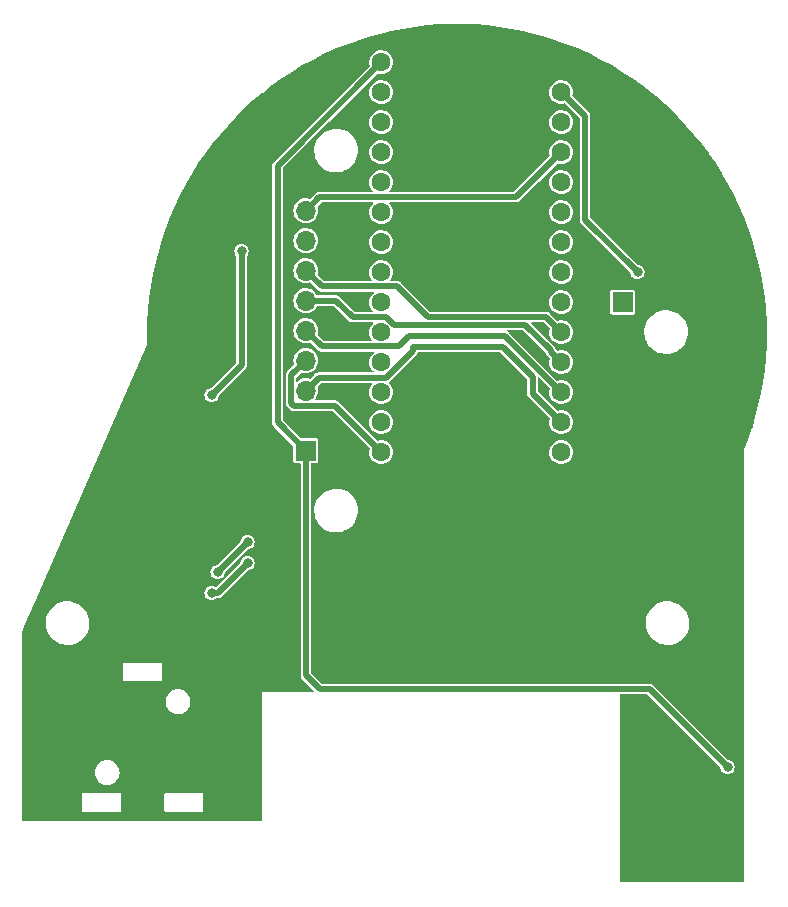
<source format=gbr>
G04 #@! TF.GenerationSoftware,KiCad,Pcbnew,7.0.2-0*
G04 #@! TF.CreationDate,2023-06-19T12:30:15-04:00*
G04 #@! TF.ProjectId,speed_joystick,73706565-645f-46a6-9f79-737469636b2e,rev?*
G04 #@! TF.SameCoordinates,Original*
G04 #@! TF.FileFunction,Copper,L2,Bot*
G04 #@! TF.FilePolarity,Positive*
%FSLAX46Y46*%
G04 Gerber Fmt 4.6, Leading zero omitted, Abs format (unit mm)*
G04 Created by KiCad (PCBNEW 7.0.2-0) date 2023-06-19 12:30:15*
%MOMM*%
%LPD*%
G01*
G04 APERTURE LIST*
G04 #@! TA.AperFunction,ComponentPad*
%ADD10R,1.700000X1.700000*%
G04 #@! TD*
G04 #@! TA.AperFunction,ComponentPad*
%ADD11O,1.700000X1.700000*%
G04 #@! TD*
G04 #@! TA.AperFunction,ComponentPad*
%ADD12R,1.600000X1.600000*%
G04 #@! TD*
G04 #@! TA.AperFunction,ComponentPad*
%ADD13C,1.600000*%
G04 #@! TD*
G04 #@! TA.AperFunction,ViaPad*
%ADD14C,0.800000*%
G04 #@! TD*
G04 #@! TA.AperFunction,Conductor*
%ADD15C,0.500000*%
G04 #@! TD*
G04 APERTURE END LIST*
D10*
X-76345000Y-10033000D03*
D11*
X-76345000Y-7493000D03*
X-76345000Y-4953000D03*
X-76345000Y-2413000D03*
X-76345000Y127000D03*
X-76345000Y2667000D03*
X-76345000Y5207000D03*
X-76345000Y7747000D03*
X-76345000Y10287000D03*
D10*
X-49530000Y2540000D03*
D12*
X-54730000Y22860000D03*
D13*
X-54730000Y20320000D03*
X-54730000Y17780000D03*
X-54730000Y15240000D03*
X-54730000Y12700000D03*
X-54730000Y10160000D03*
X-54730000Y7620000D03*
X-54730000Y5080000D03*
X-54730000Y2540000D03*
X-54730000Y0D03*
X-54730000Y-2540000D03*
X-54730000Y-5080000D03*
X-54730000Y-7620000D03*
X-54730000Y-10160000D03*
X-69970000Y-10160000D03*
X-69970000Y-7620000D03*
X-69970000Y-5080000D03*
X-69970000Y-2540000D03*
X-69970000Y0D03*
X-69970000Y2540000D03*
X-69970000Y5080000D03*
X-69970000Y7620000D03*
X-69970000Y10160000D03*
X-69970000Y12700000D03*
X-69970000Y15240000D03*
X-69970000Y17780000D03*
X-69970000Y20320000D03*
X-69970000Y22860000D03*
D14*
X-95504000Y-30226000D03*
X-48260000Y-35814000D03*
X-46707379Y11607800D03*
X-44450000Y7620000D03*
X-48260000Y5080000D03*
X-81280000Y-17780000D03*
X-83820000Y-20320000D03*
X-81280000Y-19558000D03*
X-84328000Y-22098000D03*
X-81788000Y6858000D03*
X-84328000Y-5334000D03*
X-40640000Y-36830000D03*
D15*
X-52705000Y9525000D02*
X-52705000Y18295000D01*
X-48260000Y5080000D02*
X-52705000Y9525000D01*
X-52705000Y18295000D02*
X-54730000Y20320000D01*
X-83820000Y-20320000D02*
X-81280000Y-17780000D01*
X-84328000Y-22098000D02*
X-83820000Y-22098000D01*
X-83820000Y-22098000D02*
X-81280000Y-19558000D01*
X-81788000Y-2794000D02*
X-81788000Y6858000D01*
X-84328000Y-5334000D02*
X-81788000Y-2794000D01*
X-75202000Y11430000D02*
X-76345000Y10287000D01*
X-54730000Y15240000D02*
X-58540000Y11430000D01*
X-58540000Y11430000D02*
X-75202000Y11430000D01*
X-77605000Y-5981000D02*
X-77605000Y-3673000D01*
X-73897000Y-6233000D02*
X-77353000Y-6233000D01*
X-69970000Y-10160000D02*
X-73897000Y-6233000D01*
X-77605000Y-3673000D02*
X-76345000Y-2413000D01*
X-77353000Y-6233000D02*
X-77605000Y-5981000D01*
X-57150000Y-5200000D02*
X-54730000Y-7620000D01*
X-76345000Y-4953000D02*
X-75262000Y-3870000D01*
X-75262000Y-3870000D02*
X-69588801Y-3870000D01*
X-67310000Y-1591199D02*
X-67310000Y-1270000D01*
X-67310000Y-1270000D02*
X-59690000Y-1270000D01*
X-69588801Y-3870000D02*
X-67310000Y-1591199D01*
X-57150000Y-3810000D02*
X-57150000Y-5200000D01*
X-59690000Y-1270000D02*
X-57150000Y-3810000D01*
X-55622500Y-1647500D02*
X-55622500Y-1552500D01*
X-57785000Y610000D02*
X-68868801Y610000D01*
X-54730000Y-2540000D02*
X-55622500Y-1647500D01*
X-73787000Y2667000D02*
X-76345000Y2667000D01*
X-68868801Y610000D02*
X-69528801Y1270000D01*
X-69528801Y1270000D02*
X-72390000Y1270000D01*
X-72390000Y1270000D02*
X-73787000Y2667000D01*
X-55622500Y-1552500D02*
X-57785000Y610000D01*
X-68640000Y3870000D02*
X-75008000Y3870000D01*
X-54730000Y0D02*
X-56000000Y1270000D01*
X-56000000Y1270000D02*
X-66040000Y1270000D01*
X-75008000Y3870000D02*
X-76345000Y5207000D01*
X-66040000Y1270000D02*
X-68640000Y3870000D01*
X-68470000Y-1210000D02*
X-75008000Y-1210000D01*
X-54730000Y-5080000D02*
X-59467500Y-342500D01*
X-59467500Y-342500D02*
X-67602500Y-342500D01*
X-67602500Y-342500D02*
X-68470000Y-1210000D01*
X-75008000Y-1210000D02*
X-76345000Y127000D01*
X-76218000Y7620000D02*
X-76345000Y7747000D01*
X-69970000Y22860000D02*
X-78740000Y14090000D01*
X-75182633Y-30227367D02*
X-76345000Y-29065000D01*
X-78740000Y14090000D02*
X-78740000Y-7638000D01*
X-47242633Y-30227367D02*
X-75182633Y-30227367D01*
X-76345000Y-29065000D02*
X-76345000Y-10033000D01*
X-78740000Y-7638000D02*
X-76345000Y-10033000D01*
X-40640000Y-36830000D02*
X-47242633Y-30227367D01*
G04 #@! TA.AperFunction,Conductor*
G36*
X-63036279Y26090186D02*
G01*
X-62021625Y26050713D01*
X-62019733Y26050603D01*
X-61007297Y25971905D01*
X-61005404Y25971721D01*
X-59996788Y25853804D01*
X-59994908Y25853547D01*
X-58991611Y25696664D01*
X-58989740Y25696334D01*
X-57993543Y25500738D01*
X-57991690Y25500337D01*
X-57003549Y25266270D01*
X-57001699Y25265793D01*
X-56023496Y24993409D01*
X-56021677Y24992865D01*
X-55054797Y24682812D01*
X-55053001Y24682197D01*
X-54098786Y24334900D01*
X-54097015Y24334216D01*
X-53156992Y23950210D01*
X-53155249Y23949458D01*
X-52230882Y23529255D01*
X-52229198Y23528450D01*
X-51962357Y23394434D01*
X-51321776Y23072713D01*
X-51320098Y23071829D01*
X-50430922Y22581264D01*
X-50429270Y22580310D01*
X-49560072Y22055654D01*
X-49558469Y22054643D01*
X-48710063Y21496663D01*
X-48708497Y21495590D01*
X-47882294Y20905127D01*
X-47880769Y20903991D01*
X-47078160Y20281970D01*
X-47076679Y20280776D01*
X-46380782Y19696825D01*
X-46298829Y19628056D01*
X-46297400Y19626809D01*
X-45974781Y19333976D01*
X-45545613Y18944431D01*
X-45544236Y18943131D01*
X-44819286Y18232124D01*
X-44817957Y18230769D01*
X-44178266Y17552798D01*
X-44121082Y17492192D01*
X-44119806Y17490786D01*
X-43452044Y16725731D01*
X-43450818Y16724270D01*
X-42813420Y15933912D01*
X-42812257Y15932411D01*
X-42240321Y15164069D01*
X-42205985Y15117943D01*
X-42204894Y15116417D01*
X-41630457Y14278957D01*
X-41629425Y14277387D01*
X-41115489Y13462100D01*
X-41087938Y13418395D01*
X-41086961Y13416777D01*
X-40995623Y13258539D01*
X-40579344Y12537356D01*
X-40578428Y12535695D01*
X-40105258Y11637330D01*
X-40104405Y11635632D01*
X-39666359Y10719479D01*
X-39665602Y10717814D01*
X-39263280Y9785437D01*
X-39263274Y9785424D01*
X-39262559Y9783676D01*
X-38896902Y8836383D01*
X-38896279Y8834671D01*
X-38574528Y7894239D01*
X-38567557Y7873865D01*
X-38566984Y7872078D01*
X-38275729Y6899295D01*
X-38275234Y6897518D01*
X-38021935Y5914153D01*
X-38021503Y5912330D01*
X-37806411Y4919900D01*
X-37806054Y4918084D01*
X-37630695Y3923821D01*
X-37629680Y3918066D01*
X-37629389Y3916205D01*
X-37491985Y2910101D01*
X-37491773Y2908290D01*
X-37411364Y2080551D01*
X-37393591Y1897597D01*
X-37393444Y1895720D01*
X-37334933Y894010D01*
X-37334230Y881986D01*
X-37334156Y880089D01*
X-37316910Y-18601D01*
X-37314673Y-135145D01*
X-37314673Y-137022D01*
X-37334076Y-1148087D01*
X-37334156Y-1152241D01*
X-37334229Y-1154139D01*
X-37384104Y-2007990D01*
X-37393444Y-2167888D01*
X-37393590Y-2169765D01*
X-37491773Y-3180462D01*
X-37491985Y-3182273D01*
X-37629386Y-4188357D01*
X-37629677Y-4190219D01*
X-37806054Y-5190256D01*
X-37806410Y-5192068D01*
X-38021498Y-6184481D01*
X-38021930Y-6186304D01*
X-38275234Y-7169690D01*
X-38275729Y-7171467D01*
X-38524709Y-8003052D01*
X-38566978Y-8144229D01*
X-38567550Y-8146017D01*
X-38896279Y-9106843D01*
X-38896902Y-9108555D01*
X-39207346Y-9912812D01*
X-39207775Y-9913883D01*
X-39211408Y-9922653D01*
X-39211392Y-9923293D01*
X-39211393Y-9923295D01*
X-39211182Y-9931961D01*
X-39211178Y-9932133D01*
X-39211164Y-9933323D01*
X-39211164Y-46544882D01*
X-39225516Y-46579530D01*
X-39260164Y-46593882D01*
X-49731398Y-46593882D01*
X-49766046Y-46579530D01*
X-49780398Y-46544882D01*
X-49780398Y-30726867D01*
X-49766046Y-30692219D01*
X-49731398Y-30677867D01*
X-47449533Y-30677867D01*
X-47414884Y-30692219D01*
X-41252679Y-36854422D01*
X-41238747Y-36882672D01*
X-41225044Y-36986762D01*
X-41164536Y-37132841D01*
X-41068282Y-37258282D01*
X-40942841Y-37354536D01*
X-40796762Y-37415044D01*
X-40640000Y-37435682D01*
X-40483238Y-37415044D01*
X-40337159Y-37354536D01*
X-40289801Y-37318197D01*
X-40211717Y-37258282D01*
X-40115465Y-37132842D01*
X-40115464Y-37132841D01*
X-40054956Y-36986762D01*
X-40034318Y-36830000D01*
X-40054956Y-36673238D01*
X-40115464Y-36527159D01*
X-40115464Y-36527158D01*
X-40115465Y-36527157D01*
X-40211717Y-36401717D01*
X-40337157Y-36305465D01*
X-40483237Y-36244955D01*
X-40587324Y-36231252D01*
X-40615576Y-36217319D01*
X-46904242Y-29928653D01*
X-46907903Y-29924557D01*
X-46932753Y-29893397D01*
X-46981129Y-29860414D01*
X-46982621Y-29859355D01*
X-47029751Y-29824573D01*
X-47031772Y-29823866D01*
X-47043178Y-29818108D01*
X-47044957Y-29816895D01*
X-47100945Y-29799625D01*
X-47102685Y-29799053D01*
X-47157939Y-29779719D01*
X-47160083Y-29779639D01*
X-47172676Y-29777500D01*
X-47174729Y-29776867D01*
X-47174731Y-29776867D01*
X-47233284Y-29776867D01*
X-47235116Y-29776833D01*
X-47293642Y-29774643D01*
X-47293643Y-29774643D01*
X-47295712Y-29775197D01*
X-47308393Y-29776867D01*
X-74975734Y-29776867D01*
X-75010382Y-29762515D01*
X-75880147Y-28892748D01*
X-75894499Y-28858100D01*
X-75894499Y-24705765D01*
X-47574212Y-24705765D01*
X-47544586Y-24975018D01*
X-47476072Y-25237088D01*
X-47370130Y-25486390D01*
X-47229018Y-25717610D01*
X-47055745Y-25925820D01*
X-46854002Y-26106582D01*
X-46628090Y-26256044D01*
X-46382824Y-26371020D01*
X-46123431Y-26449060D01*
X-45855439Y-26488500D01*
X-45855438Y-26488500D01*
X-45653261Y-26488500D01*
X-45652369Y-26488500D01*
X-45449844Y-26473677D01*
X-45185447Y-26414780D01*
X-44932442Y-26318014D01*
X-44696223Y-26185441D01*
X-44481823Y-26019888D01*
X-44293814Y-25824881D01*
X-44136201Y-25604579D01*
X-44012344Y-25363675D01*
X-44012343Y-25363674D01*
X-44012341Y-25363669D01*
X-43924882Y-25107309D01*
X-43875680Y-24840930D01*
X-43865788Y-24570236D01*
X-43895413Y-24300984D01*
X-43963928Y-24038910D01*
X-44069870Y-23789609D01*
X-44210980Y-23558392D01*
X-44384254Y-23350180D01*
X-44585998Y-23169418D01*
X-44811912Y-23019954D01*
X-45057177Y-22904979D01*
X-45316565Y-22826940D01*
X-45530962Y-22795388D01*
X-45584561Y-22787500D01*
X-45787631Y-22787500D01*
X-45788514Y-22787564D01*
X-45788524Y-22787565D01*
X-45990152Y-22802322D01*
X-46254554Y-22861220D01*
X-46507559Y-22957986D01*
X-46743779Y-23090560D01*
X-46845904Y-23169418D01*
X-46958177Y-23256112D01*
X-47146186Y-23451119D01*
X-47303799Y-23671421D01*
X-47427656Y-23912325D01*
X-47427657Y-23912328D01*
X-47427658Y-23912330D01*
X-47515117Y-24168690D01*
X-47515117Y-24168694D01*
X-47515118Y-24168695D01*
X-47564319Y-24435067D01*
X-47574212Y-24705765D01*
X-75894499Y-24705765D01*
X-75894500Y-15180765D01*
X-75634212Y-15180765D01*
X-75604586Y-15450018D01*
X-75536072Y-15712088D01*
X-75430130Y-15961390D01*
X-75289018Y-16192610D01*
X-75115745Y-16400820D01*
X-74914002Y-16581582D01*
X-74688090Y-16731044D01*
X-74442824Y-16846020D01*
X-74183431Y-16924060D01*
X-73915439Y-16963500D01*
X-73915438Y-16963500D01*
X-73713261Y-16963500D01*
X-73712369Y-16963500D01*
X-73509844Y-16948677D01*
X-73245447Y-16889780D01*
X-72992442Y-16793014D01*
X-72756223Y-16660441D01*
X-72541823Y-16494888D01*
X-72353814Y-16299881D01*
X-72196201Y-16079579D01*
X-72072344Y-15838675D01*
X-72072343Y-15838674D01*
X-72072341Y-15838669D01*
X-71984882Y-15582309D01*
X-71935680Y-15315930D01*
X-71925788Y-15045236D01*
X-71955413Y-14775984D01*
X-72023928Y-14513910D01*
X-72129870Y-14264609D01*
X-72270980Y-14033392D01*
X-72444254Y-13825180D01*
X-72645998Y-13644418D01*
X-72871912Y-13494954D01*
X-73117177Y-13379979D01*
X-73376565Y-13301940D01*
X-73590962Y-13270388D01*
X-73644561Y-13262500D01*
X-73847631Y-13262500D01*
X-73848514Y-13262564D01*
X-73848524Y-13262565D01*
X-74050152Y-13277322D01*
X-74314554Y-13336220D01*
X-74567559Y-13432986D01*
X-74803779Y-13565560D01*
X-74905904Y-13644418D01*
X-75018177Y-13731112D01*
X-75206186Y-13926119D01*
X-75363799Y-14146421D01*
X-75487656Y-14387325D01*
X-75487657Y-14387328D01*
X-75487658Y-14387330D01*
X-75575117Y-14643690D01*
X-75575117Y-14643694D01*
X-75575118Y-14643695D01*
X-75624319Y-14910067D01*
X-75634212Y-15180765D01*
X-75894500Y-15180765D01*
X-75894500Y-11132500D01*
X-75880148Y-11097852D01*
X-75845500Y-11083500D01*
X-75475249Y-11083500D01*
X-75431389Y-11074775D01*
X-75416769Y-11071867D01*
X-75383608Y-11049709D01*
X-75350447Y-11027552D01*
X-75306132Y-10961229D01*
X-75294500Y-10902750D01*
X-75294500Y-9163249D01*
X-75306132Y-9104770D01*
X-75350447Y-9038447D01*
X-75416770Y-8994132D01*
X-75475249Y-8982500D01*
X-75475252Y-8982500D01*
X-76738101Y-8982500D01*
X-76772749Y-8968148D01*
X-78275148Y-7465748D01*
X-78289500Y-7431100D01*
X-78289500Y-5998035D01*
X-78060270Y-5998035D01*
X-78049371Y-6055628D01*
X-78049079Y-6057353D01*
X-78047772Y-6066024D01*
X-78040348Y-6115286D01*
X-78039424Y-6117205D01*
X-78035420Y-6129369D01*
X-78035023Y-6131472D01*
X-78007645Y-6183270D01*
X-78006840Y-6184864D01*
X-77981425Y-6237642D01*
X-77979971Y-6239208D01*
X-77972566Y-6249644D01*
X-77971566Y-6251538D01*
X-77930147Y-6292956D01*
X-77928900Y-6294249D01*
X-77889055Y-6337194D01*
X-77887196Y-6338267D01*
X-77877057Y-6346045D01*
X-77691378Y-6531723D01*
X-77687741Y-6535792D01*
X-77662879Y-6566970D01*
X-77614466Y-6599976D01*
X-77613025Y-6600998D01*
X-77565882Y-6635793D01*
X-77563861Y-6636499D01*
X-77552440Y-6642266D01*
X-77550673Y-6643472D01*
X-77494642Y-6660753D01*
X-77492990Y-6661297D01*
X-77437699Y-6680646D01*
X-77435557Y-6680726D01*
X-77422950Y-6682868D01*
X-77420902Y-6683500D01*
X-77362365Y-6683500D01*
X-77360532Y-6683534D01*
X-77301990Y-6685725D01*
X-77299918Y-6685169D01*
X-77287236Y-6683500D01*
X-74103900Y-6683500D01*
X-74069251Y-6697852D01*
X-70941229Y-9825873D01*
X-70926878Y-9860520D01*
X-70928987Y-9874741D01*
X-70956024Y-9963868D01*
X-70975341Y-10160000D01*
X-70956024Y-10356132D01*
X-70898814Y-10544727D01*
X-70805910Y-10718538D01*
X-70680883Y-10870883D01*
X-70528538Y-10995910D01*
X-70354727Y-11088814D01*
X-70166132Y-11146024D01*
X-69970000Y-11165341D01*
X-69791452Y-11147755D01*
X-69773867Y-11146024D01*
X-69691745Y-11121112D01*
X-69585273Y-11088814D01*
X-69411462Y-10995910D01*
X-69411460Y-10995909D01*
X-69259116Y-10870883D01*
X-69134090Y-10718539D01*
X-69041186Y-10544728D01*
X-68983975Y-10356132D01*
X-68964659Y-10160000D01*
X-55735341Y-10160000D01*
X-55716024Y-10356132D01*
X-55658814Y-10544727D01*
X-55565910Y-10718538D01*
X-55440883Y-10870883D01*
X-55288538Y-10995910D01*
X-55114727Y-11088814D01*
X-54926132Y-11146024D01*
X-54730000Y-11165341D01*
X-54551452Y-11147755D01*
X-54533867Y-11146024D01*
X-54451745Y-11121112D01*
X-54345273Y-11088814D01*
X-54171462Y-10995910D01*
X-54171460Y-10995909D01*
X-54019116Y-10870883D01*
X-53894090Y-10718539D01*
X-53801186Y-10544728D01*
X-53743975Y-10356132D01*
X-53724659Y-10160000D01*
X-53743975Y-9963867D01*
X-53801186Y-9775271D01*
X-53894090Y-9601460D01*
X-54019116Y-9449116D01*
X-54171460Y-9324090D01*
X-54345271Y-9231186D01*
X-54533867Y-9173975D01*
X-54730000Y-9154659D01*
X-54926132Y-9173975D01*
X-55114728Y-9231186D01*
X-55288539Y-9324090D01*
X-55440883Y-9449116D01*
X-55565909Y-9601460D01*
X-55565910Y-9601462D01*
X-55658814Y-9775273D01*
X-55688988Y-9874744D01*
X-55703521Y-9922653D01*
X-55716024Y-9963868D01*
X-55735341Y-10160000D01*
X-68964659Y-10160000D01*
X-68983975Y-9963867D01*
X-69041186Y-9775271D01*
X-69134090Y-9601460D01*
X-69259116Y-9449116D01*
X-69411460Y-9324090D01*
X-69585271Y-9231186D01*
X-69773867Y-9173975D01*
X-69970000Y-9154659D01*
X-70166134Y-9173976D01*
X-70255256Y-9201010D01*
X-70292578Y-9197334D01*
X-70304127Y-9188768D01*
X-71872895Y-7620000D01*
X-70975341Y-7620000D01*
X-70956024Y-7816132D01*
X-70898814Y-8004727D01*
X-70805910Y-8178538D01*
X-70680883Y-8330883D01*
X-70528538Y-8455910D01*
X-70354727Y-8548814D01*
X-70166132Y-8606024D01*
X-69970000Y-8625341D01*
X-69791452Y-8607755D01*
X-69773867Y-8606024D01*
X-69691745Y-8581112D01*
X-69585273Y-8548814D01*
X-69411462Y-8455910D01*
X-69411460Y-8455909D01*
X-69259116Y-8330883D01*
X-69134090Y-8178539D01*
X-69041186Y-8004728D01*
X-68983975Y-7816132D01*
X-68964659Y-7620000D01*
X-68983975Y-7423867D01*
X-69041186Y-7235271D01*
X-69134090Y-7061460D01*
X-69259116Y-6909116D01*
X-69411460Y-6784090D01*
X-69585271Y-6691186D01*
X-69773867Y-6633975D01*
X-69970000Y-6614659D01*
X-70166132Y-6633975D01*
X-70354728Y-6691186D01*
X-70528539Y-6784090D01*
X-70680883Y-6909116D01*
X-70805909Y-7061460D01*
X-70805910Y-7061462D01*
X-70898814Y-7235273D01*
X-70956024Y-7423868D01*
X-70975341Y-7620000D01*
X-71872895Y-7620000D01*
X-73558609Y-5934286D01*
X-73562270Y-5930190D01*
X-73587120Y-5899030D01*
X-73635496Y-5866047D01*
X-73636988Y-5864988D01*
X-73684118Y-5830206D01*
X-73686139Y-5829499D01*
X-73697545Y-5823741D01*
X-73699324Y-5822528D01*
X-73755312Y-5805258D01*
X-73757052Y-5804686D01*
X-73812306Y-5785352D01*
X-73814450Y-5785272D01*
X-73827043Y-5783133D01*
X-73829096Y-5782500D01*
X-73829098Y-5782500D01*
X-73887651Y-5782500D01*
X-73889483Y-5782466D01*
X-73948009Y-5780276D01*
X-73948010Y-5780276D01*
X-73950079Y-5780830D01*
X-73962760Y-5782500D01*
X-75563178Y-5782500D01*
X-75597826Y-5768148D01*
X-75612178Y-5733500D01*
X-75601056Y-5702415D01*
X-75547242Y-5636842D01*
X-75467315Y-5539450D01*
X-75369768Y-5356954D01*
X-75369767Y-5356952D01*
X-75309699Y-5158934D01*
X-75289417Y-4952999D01*
X-75309700Y-4747063D01*
X-75345921Y-4627654D01*
X-75342245Y-4590332D01*
X-75333679Y-4578783D01*
X-75089749Y-4334852D01*
X-75055101Y-4320500D01*
X-70744586Y-4320500D01*
X-70709938Y-4334852D01*
X-70695586Y-4369500D01*
X-70706709Y-4400585D01*
X-70805909Y-4521460D01*
X-70847649Y-4599551D01*
X-70898814Y-4695273D01*
X-70956024Y-4883868D01*
X-70975341Y-5080000D01*
X-70956024Y-5276132D01*
X-70898814Y-5464727D01*
X-70805910Y-5638538D01*
X-70680883Y-5790883D01*
X-70528538Y-5915910D01*
X-70354727Y-6008814D01*
X-70166132Y-6066024D01*
X-69970000Y-6085341D01*
X-69793184Y-6067926D01*
X-69773867Y-6066024D01*
X-69691745Y-6041112D01*
X-69585273Y-6008814D01*
X-69411462Y-5915910D01*
X-69411460Y-5915909D01*
X-69259116Y-5790883D01*
X-69134090Y-5638539D01*
X-69041186Y-5464728D01*
X-68983975Y-5276132D01*
X-68964659Y-5080000D01*
X-68983975Y-4883867D01*
X-69041186Y-4695271D01*
X-69134090Y-4521460D01*
X-69259114Y-4369118D01*
X-69323555Y-4316233D01*
X-69341233Y-4283158D01*
X-69330346Y-4247270D01*
X-69322816Y-4241119D01*
X-69276855Y-4195158D01*
X-69275535Y-4193886D01*
X-69232606Y-4154054D01*
X-69231535Y-4152199D01*
X-69223748Y-4142051D01*
X-67011288Y-1929590D01*
X-67007191Y-1925928D01*
X-66976030Y-1901078D01*
X-66976029Y-1901077D01*
X-66943022Y-1852666D01*
X-66941962Y-1851173D01*
X-66907206Y-1804081D01*
X-66906498Y-1802057D01*
X-66900736Y-1790645D01*
X-66899529Y-1788874D01*
X-66897342Y-1781786D01*
X-66889096Y-1755055D01*
X-66865170Y-1726178D01*
X-66842274Y-1720500D01*
X-59896900Y-1720500D01*
X-59862252Y-1734852D01*
X-57614851Y-3982252D01*
X-57600500Y-4016899D01*
X-57600500Y-5171946D01*
X-57600808Y-5177432D01*
X-57605270Y-5217035D01*
X-57594371Y-5274628D01*
X-57594079Y-5276353D01*
X-57585391Y-5333999D01*
X-57585348Y-5334286D01*
X-57584424Y-5336205D01*
X-57580420Y-5348369D01*
X-57580023Y-5350472D01*
X-57552645Y-5402270D01*
X-57551840Y-5403864D01*
X-57526425Y-5456642D01*
X-57524971Y-5458208D01*
X-57517566Y-5468644D01*
X-57516566Y-5470538D01*
X-57475146Y-5511957D01*
X-57473899Y-5513250D01*
X-57434055Y-5556194D01*
X-57432197Y-5557266D01*
X-57422054Y-5565048D01*
X-55701229Y-7285873D01*
X-55686878Y-7320520D01*
X-55688987Y-7334741D01*
X-55716024Y-7423868D01*
X-55735341Y-7620000D01*
X-55716024Y-7816132D01*
X-55658814Y-8004727D01*
X-55565910Y-8178538D01*
X-55440883Y-8330883D01*
X-55288538Y-8455910D01*
X-55114727Y-8548814D01*
X-54926132Y-8606024D01*
X-54730000Y-8625341D01*
X-54551452Y-8607755D01*
X-54533867Y-8606024D01*
X-54451745Y-8581112D01*
X-54345273Y-8548814D01*
X-54171462Y-8455910D01*
X-54171460Y-8455909D01*
X-54019116Y-8330883D01*
X-53894090Y-8178539D01*
X-53801186Y-8004728D01*
X-53743975Y-7816132D01*
X-53724659Y-7619999D01*
X-53743975Y-7423867D01*
X-53801186Y-7235271D01*
X-53894090Y-7061460D01*
X-54019116Y-6909116D01*
X-54171460Y-6784090D01*
X-54345271Y-6691186D01*
X-54533867Y-6633975D01*
X-54730000Y-6614659D01*
X-54926132Y-6633976D01*
X-55015254Y-6661010D01*
X-55052577Y-6657334D01*
X-55064126Y-6648768D01*
X-56685148Y-5027747D01*
X-56699500Y-4993099D01*
X-56699500Y-3865898D01*
X-56685148Y-3831250D01*
X-56650500Y-3816898D01*
X-56615852Y-3831249D01*
X-55701229Y-4745873D01*
X-55686878Y-4780520D01*
X-55688987Y-4794741D01*
X-55716024Y-4883868D01*
X-55735341Y-5080000D01*
X-55716024Y-5276132D01*
X-55658814Y-5464727D01*
X-55565910Y-5638538D01*
X-55440883Y-5790883D01*
X-55288538Y-5915910D01*
X-55114727Y-6008814D01*
X-54926132Y-6066024D01*
X-54730000Y-6085341D01*
X-54551452Y-6067755D01*
X-54533867Y-6066024D01*
X-54451745Y-6041112D01*
X-54345273Y-6008814D01*
X-54171462Y-5915910D01*
X-54171460Y-5915909D01*
X-54019116Y-5790883D01*
X-53894090Y-5638539D01*
X-53801186Y-5464728D01*
X-53743975Y-5276132D01*
X-53724659Y-5080000D01*
X-53743975Y-4883867D01*
X-53801186Y-4695271D01*
X-53894090Y-4521460D01*
X-54019116Y-4369116D01*
X-54171460Y-4244090D01*
X-54345271Y-4151186D01*
X-54533867Y-4093975D01*
X-54730000Y-4074659D01*
X-54926134Y-4093976D01*
X-55015256Y-4121010D01*
X-55052578Y-4117334D01*
X-55064127Y-4108768D01*
X-59129109Y-43786D01*
X-59132770Y-39690D01*
X-59157621Y-8529D01*
X-59206030Y24476D01*
X-59207508Y25524D01*
X-59254618Y60293D01*
X-59256632Y60997D01*
X-59268053Y66762D01*
X-59269827Y67972D01*
X-59269828Y67972D01*
X-59272824Y70015D01*
X-59293366Y101392D01*
X-59285705Y138104D01*
X-59254328Y158646D01*
X-59245220Y159500D01*
X-57991900Y159500D01*
X-57957252Y145148D01*
X-56074134Y-1737967D01*
X-56060331Y-1765310D01*
X-56057848Y-1781786D01*
X-56056924Y-1783705D01*
X-56052920Y-1795869D01*
X-56052523Y-1797972D01*
X-56025145Y-1849770D01*
X-56024340Y-1851364D01*
X-55998925Y-1904142D01*
X-55997471Y-1905708D01*
X-55990066Y-1916144D01*
X-55989066Y-1918038D01*
X-55947646Y-1959457D01*
X-55946399Y-1960750D01*
X-55906555Y-2003694D01*
X-55904697Y-2004766D01*
X-55894554Y-2012548D01*
X-55701229Y-2205873D01*
X-55686878Y-2240520D01*
X-55688987Y-2254741D01*
X-55716024Y-2343868D01*
X-55735341Y-2540000D01*
X-55716024Y-2736132D01*
X-55658814Y-2924727D01*
X-55565910Y-3098538D01*
X-55440883Y-3250883D01*
X-55288538Y-3375910D01*
X-55114727Y-3468814D01*
X-54926132Y-3526024D01*
X-54730000Y-3545341D01*
X-54551452Y-3527755D01*
X-54533867Y-3526024D01*
X-54426899Y-3493575D01*
X-54345273Y-3468814D01*
X-54265031Y-3425924D01*
X-54171460Y-3375909D01*
X-54019116Y-3250883D01*
X-53894090Y-3098539D01*
X-53801186Y-2924728D01*
X-53743975Y-2736132D01*
X-53724659Y-2540000D01*
X-53743975Y-2343867D01*
X-53801186Y-2155271D01*
X-53894090Y-1981460D01*
X-54019116Y-1829116D01*
X-54171460Y-1704090D01*
X-54345271Y-1611186D01*
X-54533867Y-1553975D01*
X-54730000Y-1534659D01*
X-54926134Y-1553976D01*
X-55015256Y-1581010D01*
X-55052578Y-1577334D01*
X-55064127Y-1568768D01*
X-55170863Y-1462032D01*
X-55184667Y-1434690D01*
X-55187151Y-1418210D01*
X-55188082Y-1416278D01*
X-55192074Y-1404146D01*
X-55192474Y-1402032D01*
X-55219856Y-1350222D01*
X-55220681Y-1348587D01*
X-55246076Y-1295855D01*
X-55247537Y-1294281D01*
X-55254927Y-1283866D01*
X-55255933Y-1281961D01*
X-55297354Y-1240539D01*
X-55298624Y-1239221D01*
X-55338445Y-1196304D01*
X-55340306Y-1195230D01*
X-55350447Y-1187447D01*
X-57273749Y735852D01*
X-57288101Y770500D01*
X-57273749Y805148D01*
X-57239101Y819500D01*
X-56206900Y819500D01*
X-56172252Y805148D01*
X-55701230Y334126D01*
X-55686878Y299478D01*
X-55688987Y285259D01*
X-55716024Y196132D01*
X-55735341Y0D01*
X-55716024Y-196132D01*
X-55658814Y-384727D01*
X-55565910Y-558538D01*
X-55440883Y-710883D01*
X-55288538Y-835910D01*
X-55114727Y-928814D01*
X-54926132Y-986024D01*
X-54730000Y-1005341D01*
X-54551452Y-987755D01*
X-54533867Y-986024D01*
X-54451745Y-961112D01*
X-54345273Y-928814D01*
X-54171462Y-835910D01*
X-54171460Y-835909D01*
X-54019116Y-710883D01*
X-53894090Y-558539D01*
X-53801186Y-384728D01*
X-53743975Y-196132D01*
X-53731333Y-67765D01*
X-47694212Y-67765D01*
X-47664586Y-337018D01*
X-47596072Y-599088D01*
X-47490130Y-848390D01*
X-47349018Y-1079610D01*
X-47175745Y-1287820D01*
X-46974002Y-1468582D01*
X-46748090Y-1618044D01*
X-46502824Y-1733020D01*
X-46243431Y-1811060D01*
X-45975439Y-1850500D01*
X-45975438Y-1850500D01*
X-45773261Y-1850500D01*
X-45772369Y-1850500D01*
X-45569844Y-1835677D01*
X-45305447Y-1776780D01*
X-45052442Y-1680014D01*
X-45020647Y-1662170D01*
X-44944208Y-1619270D01*
X-44816223Y-1547441D01*
X-44811727Y-1543970D01*
X-44674189Y-1437767D01*
X-44601823Y-1381888D01*
X-44413814Y-1186881D01*
X-44315374Y-1049288D01*
X-44256202Y-966581D01*
X-44149735Y-759500D01*
X-44132344Y-725675D01*
X-44132343Y-725674D01*
X-44132341Y-725669D01*
X-44044882Y-469309D01*
X-43995680Y-202930D01*
X-43985788Y67763D01*
X-44015413Y337015D01*
X-44083928Y599089D01*
X-44189870Y848390D01*
X-44330980Y1079607D01*
X-44349809Y1102232D01*
X-44504255Y1287820D01*
X-44705998Y1468582D01*
X-44931910Y1618044D01*
X-45177176Y1733020D01*
X-45424327Y1807377D01*
X-45436565Y1811059D01*
X-45436566Y1811059D01*
X-45436569Y1811060D01*
X-45704561Y1850500D01*
X-45907631Y1850500D01*
X-46110156Y1835677D01*
X-46374553Y1776780D01*
X-46627558Y1680014D01*
X-46863777Y1547441D01*
X-47078177Y1381888D01*
X-47266186Y1186881D01*
X-47423799Y966579D01*
X-47547656Y725675D01*
X-47547658Y725669D01*
X-47604675Y558539D01*
X-47635118Y469305D01*
X-47684319Y202933D01*
X-47694212Y-67765D01*
X-53731333Y-67765D01*
X-53724659Y0D01*
X-53743975Y196132D01*
X-53801186Y384728D01*
X-53894090Y558539D01*
X-54019116Y710883D01*
X-54171460Y835909D01*
X-54345271Y928813D01*
X-54345273Y928814D01*
X-54471768Y967186D01*
X-54533867Y986024D01*
X-54551452Y987755D01*
X-54730000Y1005341D01*
X-54926132Y986024D01*
X-55015256Y958988D01*
X-55052577Y962664D01*
X-55064127Y971230D01*
X-55661608Y1568711D01*
X-55665269Y1572808D01*
X-55690120Y1603969D01*
X-55738530Y1636976D01*
X-55740008Y1638024D01*
X-55787118Y1672793D01*
X-55789132Y1673497D01*
X-55800557Y1679265D01*
X-55802327Y1680472D01*
X-55858295Y1697735D01*
X-55860037Y1698308D01*
X-55915298Y1717645D01*
X-55915301Y1717646D01*
X-55917440Y1717726D01*
X-55930047Y1719867D01*
X-55932098Y1720500D01*
X-55932101Y1720500D01*
X-55990651Y1720500D01*
X-55992483Y1720534D01*
X-56051010Y1722724D01*
X-56053079Y1722169D01*
X-56065760Y1720500D01*
X-65833101Y1720500D01*
X-65867749Y1734852D01*
X-66672897Y2540000D01*
X-55735341Y2540000D01*
X-55717755Y2361452D01*
X-55716024Y2343867D01*
X-55658813Y2155271D01*
X-55565909Y1981460D01*
X-55440883Y1829116D01*
X-55288539Y1704090D01*
X-55114728Y1611186D01*
X-54926132Y1553975D01*
X-54730000Y1534659D01*
X-54533867Y1553975D01*
X-54345271Y1611186D01*
X-54234772Y1670249D01*
X-50580500Y1670249D01*
X-50574092Y1638036D01*
X-50568867Y1611769D01*
X-50563655Y1603969D01*
X-50524552Y1545447D01*
X-50474923Y1512286D01*
X-50458231Y1501133D01*
X-50458230Y1501132D01*
X-50458229Y1501132D01*
X-50399751Y1489500D01*
X-50399748Y1489500D01*
X-48660249Y1489500D01*
X-48601770Y1501132D01*
X-48535447Y1545447D01*
X-48491132Y1611770D01*
X-48479500Y1670249D01*
X-48479500Y3409750D01*
X-48491132Y3468229D01*
X-48535447Y3534552D01*
X-48587510Y3569339D01*
X-48601769Y3578867D01*
X-48616389Y3581775D01*
X-48660249Y3590500D01*
X-48660252Y3590500D01*
X-50399748Y3590500D01*
X-50399751Y3590500D01*
X-50434837Y3583520D01*
X-50458231Y3578867D01*
X-50524552Y3534552D01*
X-50568867Y3468231D01*
X-50569635Y3464370D01*
X-50580500Y3409750D01*
X-50580500Y1670249D01*
X-54234772Y1670249D01*
X-54171460Y1704090D01*
X-54019116Y1829116D01*
X-53894090Y1981460D01*
X-53801186Y2155271D01*
X-53743975Y2343867D01*
X-53724659Y2540000D01*
X-53743975Y2736132D01*
X-53801186Y2924728D01*
X-53894090Y3098539D01*
X-54019116Y3250883D01*
X-54171460Y3375909D01*
X-54345271Y3468813D01*
X-54345273Y3468814D01*
X-54458041Y3503022D01*
X-54533867Y3526024D01*
X-54551452Y3527755D01*
X-54730000Y3545341D01*
X-54926132Y3526024D01*
X-55114727Y3468814D01*
X-55288538Y3375910D01*
X-55440883Y3250883D01*
X-55565910Y3098538D01*
X-55658814Y2924727D01*
X-55716024Y2736132D01*
X-55735341Y2540000D01*
X-66672897Y2540000D01*
X-68301608Y4168711D01*
X-68305269Y4172808D01*
X-68330120Y4203969D01*
X-68330525Y4204245D01*
X-68348421Y4216447D01*
X-68378530Y4236976D01*
X-68380008Y4238024D01*
X-68427118Y4272793D01*
X-68429132Y4273497D01*
X-68440557Y4279265D01*
X-68442327Y4280472D01*
X-68498295Y4297735D01*
X-68500037Y4298308D01*
X-68555298Y4317645D01*
X-68555301Y4317646D01*
X-68557440Y4317726D01*
X-68570047Y4319867D01*
X-68572098Y4320500D01*
X-68572101Y4320500D01*
X-68630651Y4320500D01*
X-68632483Y4320534D01*
X-68691010Y4322724D01*
X-68693079Y4322169D01*
X-68705760Y4320500D01*
X-69195414Y4320500D01*
X-69230062Y4334852D01*
X-69244414Y4369500D01*
X-69233291Y4400585D01*
X-69134090Y4521460D01*
X-69041186Y4695271D01*
X-68983975Y4883867D01*
X-68964659Y5080000D01*
X-55735341Y5080000D01*
X-55716024Y4883867D01*
X-55658813Y4695271D01*
X-55565909Y4521460D01*
X-55440883Y4369116D01*
X-55288539Y4244090D01*
X-55114728Y4151186D01*
X-54926132Y4093975D01*
X-54730000Y4074659D01*
X-54533867Y4093975D01*
X-54345271Y4151186D01*
X-54171460Y4244090D01*
X-54019116Y4369116D01*
X-53894090Y4521460D01*
X-53801186Y4695271D01*
X-53743975Y4883867D01*
X-53724659Y5080000D01*
X-53743975Y5276132D01*
X-53801186Y5464728D01*
X-53894090Y5638539D01*
X-54019116Y5790883D01*
X-54171460Y5915909D01*
X-54345271Y6008813D01*
X-54345273Y6008814D01*
X-54451745Y6041112D01*
X-54533867Y6066024D01*
X-54551452Y6067755D01*
X-54730000Y6085341D01*
X-54926132Y6066024D01*
X-55114727Y6008814D01*
X-55288538Y5915910D01*
X-55440883Y5790883D01*
X-55565910Y5638538D01*
X-55658814Y5464727D01*
X-55683654Y5382841D01*
X-55716024Y5276132D01*
X-55735341Y5080000D01*
X-68964659Y5080000D01*
X-68983975Y5276132D01*
X-69041186Y5464728D01*
X-69134090Y5638539D01*
X-69259116Y5790883D01*
X-69411460Y5915909D01*
X-69585271Y6008813D01*
X-69585273Y6008814D01*
X-69691745Y6041112D01*
X-69773867Y6066024D01*
X-69793184Y6067926D01*
X-69970000Y6085341D01*
X-70166132Y6066024D01*
X-70354727Y6008814D01*
X-70528538Y5915910D01*
X-70680883Y5790883D01*
X-70805910Y5638538D01*
X-70898814Y5464727D01*
X-70956024Y5276132D01*
X-70975341Y5080000D01*
X-70959481Y4918970D01*
X-70956024Y4883867D01*
X-70898813Y4695271D01*
X-70805909Y4521460D01*
X-70706709Y4400585D01*
X-70695822Y4364697D01*
X-70713501Y4331623D01*
X-70744586Y4320500D01*
X-74801101Y4320500D01*
X-74835749Y4334852D01*
X-75333679Y4832782D01*
X-75348031Y4867430D01*
X-75345921Y4881653D01*
X-75309700Y5001064D01*
X-75289417Y5207000D01*
X-75309699Y5412934D01*
X-75369767Y5610952D01*
X-75384513Y5638539D01*
X-75467315Y5793450D01*
X-75598590Y5953410D01*
X-75758550Y6084685D01*
X-75941046Y6182232D01*
X-76040055Y6212266D01*
X-76139065Y6242300D01*
X-76157529Y6244118D01*
X-76345000Y6262583D01*
X-76550934Y6242300D01*
X-76748954Y6182232D01*
X-76931450Y6084685D01*
X-77091410Y5953410D01*
X-77222685Y5793450D01*
X-77320232Y5610954D01*
X-77364589Y5464727D01*
X-77380300Y5412934D01*
X-77400583Y5207000D01*
X-77380300Y5001065D01*
X-77355112Y4918032D01*
X-77320232Y4803046D01*
X-77222685Y4620550D01*
X-77091410Y4460590D01*
X-76931450Y4329315D01*
X-76759640Y4237480D01*
X-76748952Y4231767D01*
X-76550934Y4171699D01*
X-76345000Y4151417D01*
X-76139063Y4171700D01*
X-76019654Y4207921D01*
X-75982332Y4204245D01*
X-75970783Y4195679D01*
X-75346391Y3571288D01*
X-75342729Y3567191D01*
X-75317878Y3536029D01*
X-75269467Y3503022D01*
X-75267974Y3501962D01*
X-75220882Y3467206D01*
X-75218858Y3466498D01*
X-75207446Y3460736D01*
X-75205675Y3459528D01*
X-75149686Y3442258D01*
X-75147946Y3441685D01*
X-75092696Y3422352D01*
X-75090549Y3422272D01*
X-75077953Y3420132D01*
X-75075903Y3419500D01*
X-75075902Y3419500D01*
X-75017365Y3419500D01*
X-75015533Y3419466D01*
X-74996958Y3418770D01*
X-74956990Y3417275D01*
X-74956989Y3417275D01*
X-74954919Y3417830D01*
X-74942236Y3419500D01*
X-70612369Y3419500D01*
X-70577721Y3405148D01*
X-70563369Y3370500D01*
X-70577721Y3335852D01*
X-70581284Y3332623D01*
X-70677755Y3253450D01*
X-70680883Y3250883D01*
X-70805910Y3098538D01*
X-70898814Y2924727D01*
X-70903814Y2908243D01*
X-70956024Y2736132D01*
X-70975341Y2540000D01*
X-70956024Y2343867D01*
X-70898813Y2155271D01*
X-70805909Y1981460D01*
X-70680883Y1829116D01*
X-70654394Y1807377D01*
X-70636715Y1774303D01*
X-70647602Y1738415D01*
X-70680676Y1720736D01*
X-70685479Y1720500D01*
X-72183101Y1720500D01*
X-72217749Y1734852D01*
X-73448608Y2965711D01*
X-73452269Y2969808D01*
X-73477120Y3000969D01*
X-73525530Y3033976D01*
X-73527008Y3035024D01*
X-73574118Y3069793D01*
X-73576132Y3070497D01*
X-73587557Y3076265D01*
X-73589327Y3077472D01*
X-73645295Y3094735D01*
X-73647037Y3095308D01*
X-73702298Y3114645D01*
X-73702301Y3114646D01*
X-73704440Y3114726D01*
X-73717047Y3116867D01*
X-73719098Y3117500D01*
X-73719101Y3117500D01*
X-73777651Y3117500D01*
X-73779483Y3117534D01*
X-73838010Y3119724D01*
X-73840079Y3119169D01*
X-73852760Y3117500D01*
X-75365279Y3117500D01*
X-75399927Y3131852D01*
X-75408493Y3143402D01*
X-75467313Y3253448D01*
X-75534940Y3335852D01*
X-75598590Y3413410D01*
X-75758550Y3544685D01*
X-75941046Y3642232D01*
X-76040055Y3672266D01*
X-76139065Y3702300D01*
X-76157529Y3704118D01*
X-76345000Y3722583D01*
X-76550934Y3702300D01*
X-76748954Y3642232D01*
X-76931450Y3544685D01*
X-77091410Y3413410D01*
X-77222685Y3253450D01*
X-77320232Y3070954D01*
X-77380300Y2872934D01*
X-77400583Y2667000D01*
X-77380300Y2461066D01*
X-77320232Y2263046D01*
X-77222685Y2080550D01*
X-77091410Y1920590D01*
X-76931450Y1789315D01*
X-76761189Y1698308D01*
X-76748952Y1691767D01*
X-76550934Y1631699D01*
X-76345000Y1611417D01*
X-76139065Y1631699D01*
X-75941047Y1691767D01*
X-75758550Y1789315D01*
X-75598590Y1920590D01*
X-75467313Y2080551D01*
X-75408493Y2190598D01*
X-75379503Y2214390D01*
X-75365279Y2216500D01*
X-73993900Y2216500D01*
X-73959252Y2202148D01*
X-72728387Y971283D01*
X-72724725Y967186D01*
X-72699877Y936028D01*
X-72651481Y903031D01*
X-72649987Y901971D01*
X-72602884Y867207D01*
X-72600860Y866499D01*
X-72589448Y860738D01*
X-72587671Y859526D01*
X-72531704Y842264D01*
X-72529962Y841691D01*
X-72474696Y822352D01*
X-72472549Y822272D01*
X-72459953Y820132D01*
X-72457903Y819500D01*
X-72457902Y819500D01*
X-72399350Y819500D01*
X-72397518Y819466D01*
X-72338990Y817276D01*
X-72336920Y817830D01*
X-72324240Y819500D01*
X-70685479Y819500D01*
X-70650831Y805148D01*
X-70636479Y770500D01*
X-70650831Y735852D01*
X-70654394Y732623D01*
X-70677755Y713450D01*
X-70680883Y710883D01*
X-70805910Y558538D01*
X-70898814Y384727D01*
X-70956024Y196132D01*
X-70975341Y0D01*
X-70956024Y-196132D01*
X-70898814Y-384727D01*
X-70853603Y-469309D01*
X-70805909Y-558539D01*
X-70706709Y-679415D01*
X-70695822Y-715303D01*
X-70713501Y-748377D01*
X-70744586Y-759500D01*
X-74801101Y-759500D01*
X-74835749Y-745148D01*
X-75333679Y-247216D01*
X-75348031Y-212568D01*
X-75345921Y-198345D01*
X-75309700Y-78936D01*
X-75289417Y127000D01*
X-75309699Y332934D01*
X-75369767Y530952D01*
X-75465943Y710883D01*
X-75467315Y713450D01*
X-75598590Y873410D01*
X-75758550Y1004685D01*
X-75941046Y1102232D01*
X-76079226Y1144148D01*
X-76139065Y1162300D01*
X-76157529Y1164118D01*
X-76345000Y1182583D01*
X-76550934Y1162300D01*
X-76748954Y1102232D01*
X-76931450Y1004685D01*
X-77091410Y873410D01*
X-77222685Y713450D01*
X-77320232Y530954D01*
X-77380300Y332934D01*
X-77400583Y127000D01*
X-77380300Y-78934D01*
X-77320232Y-276954D01*
X-77222685Y-459450D01*
X-77091410Y-619410D01*
X-76931450Y-750685D01*
X-76748954Y-848232D01*
X-76550934Y-908300D01*
X-76345000Y-928583D01*
X-76157529Y-910118D01*
X-76139065Y-908300D01*
X-76060011Y-884319D01*
X-76019654Y-872077D01*
X-75982333Y-875753D01*
X-75970786Y-884316D01*
X-75346378Y-1508723D01*
X-75342741Y-1512792D01*
X-75317879Y-1543970D01*
X-75269466Y-1576976D01*
X-75268025Y-1577998D01*
X-75220882Y-1612793D01*
X-75218861Y-1613499D01*
X-75207440Y-1619266D01*
X-75205673Y-1620472D01*
X-75149642Y-1637753D01*
X-75147990Y-1638297D01*
X-75092699Y-1657646D01*
X-75090557Y-1657726D01*
X-75077950Y-1659868D01*
X-75075902Y-1660500D01*
X-75017365Y-1660500D01*
X-75015532Y-1660534D01*
X-74956990Y-1662725D01*
X-74954918Y-1662169D01*
X-74942236Y-1660500D01*
X-70612369Y-1660500D01*
X-70577721Y-1674852D01*
X-70563369Y-1709500D01*
X-70577721Y-1744148D01*
X-70581284Y-1747377D01*
X-70680883Y-1829116D01*
X-70805909Y-1981460D01*
X-70805910Y-1981462D01*
X-70898814Y-2155273D01*
X-70956024Y-2343868D01*
X-70975341Y-2540000D01*
X-70956024Y-2736132D01*
X-70898814Y-2924727D01*
X-70829323Y-3054734D01*
X-70805909Y-3098539D01*
X-70680883Y-3250883D01*
X-70581284Y-3332623D01*
X-70563605Y-3365697D01*
X-70574492Y-3401585D01*
X-70607566Y-3419264D01*
X-70612369Y-3419500D01*
X-75233947Y-3419500D01*
X-75239433Y-3419192D01*
X-75279035Y-3414729D01*
X-75336579Y-3425617D01*
X-75338384Y-3425924D01*
X-75396288Y-3434652D01*
X-75398212Y-3435579D01*
X-75410364Y-3439578D01*
X-75412473Y-3439977D01*
X-75464239Y-3467337D01*
X-75465875Y-3468163D01*
X-75518641Y-3493574D01*
X-75520210Y-3495030D01*
X-75530645Y-3502434D01*
X-75532536Y-3503433D01*
X-75532537Y-3503434D01*
X-75532538Y-3503435D01*
X-75573956Y-3544853D01*
X-75575251Y-3546100D01*
X-75618194Y-3585945D01*
X-75619266Y-3587801D01*
X-75627054Y-3597951D01*
X-75970782Y-3941679D01*
X-76005430Y-3956031D01*
X-76019653Y-3953921D01*
X-76139064Y-3917700D01*
X-76345000Y-3897417D01*
X-76550934Y-3917699D01*
X-76748952Y-3977767D01*
X-76931450Y-4075315D01*
X-77074415Y-4192642D01*
X-77110303Y-4203528D01*
X-77143378Y-4185849D01*
X-77154500Y-4154764D01*
X-77154500Y-3879899D01*
X-77140148Y-3845251D01*
X-76719215Y-3424319D01*
X-76684567Y-3409967D01*
X-76670346Y-3412076D01*
X-76550934Y-3448300D01*
X-76345000Y-3468583D01*
X-76157529Y-3450118D01*
X-76139065Y-3448300D01*
X-76020293Y-3412271D01*
X-75941046Y-3388232D01*
X-75758550Y-3290685D01*
X-75598590Y-3159410D01*
X-75467315Y-2999450D01*
X-75369768Y-2816954D01*
X-75365085Y-2801517D01*
X-75309699Y-2618934D01*
X-75289417Y-2412999D01*
X-75309699Y-2207065D01*
X-75369767Y-2009047D01*
X-75467315Y-1826550D01*
X-75598590Y-1666590D01*
X-75758550Y-1535315D01*
X-75941047Y-1437767D01*
X-76139065Y-1377699D01*
X-76345000Y-1357417D01*
X-76550934Y-1377699D01*
X-76748952Y-1437767D01*
X-76748953Y-1437767D01*
X-76748954Y-1437768D01*
X-76931450Y-1535315D01*
X-77091410Y-1666590D01*
X-77222685Y-1826550D01*
X-77320232Y-2009046D01*
X-77350265Y-2108056D01*
X-77373816Y-2185692D01*
X-77380300Y-2207066D01*
X-77400583Y-2413000D01*
X-77380300Y-2618934D01*
X-77344077Y-2738344D01*
X-77347753Y-2775665D01*
X-77356319Y-2787215D01*
X-77903711Y-3334608D01*
X-77907808Y-3338269D01*
X-77938969Y-3363120D01*
X-77971976Y-3411530D01*
X-77973024Y-3413008D01*
X-78007793Y-3460118D01*
X-78008497Y-3462131D01*
X-78014265Y-3473557D01*
X-78015472Y-3475327D01*
X-78032735Y-3531295D01*
X-78033308Y-3533037D01*
X-78052646Y-3588301D01*
X-78052726Y-3590440D01*
X-78054867Y-3603047D01*
X-78055500Y-3605098D01*
X-78055500Y-3605100D01*
X-78055500Y-3605101D01*
X-78055500Y-3663649D01*
X-78055534Y-3665481D01*
X-78057724Y-3724010D01*
X-78057170Y-3726076D01*
X-78055500Y-3738760D01*
X-78055500Y-5952946D01*
X-78055808Y-5958432D01*
X-78060270Y-5998035D01*
X-78289500Y-5998035D01*
X-78289500Y7747000D01*
X-77400583Y7747000D01*
X-77380300Y7541066D01*
X-77320232Y7343046D01*
X-77222685Y7160550D01*
X-77091410Y7000590D01*
X-76931450Y6869315D01*
X-76748954Y6771768D01*
X-76748952Y6771767D01*
X-76550934Y6711699D01*
X-76345000Y6691417D01*
X-76139065Y6711699D01*
X-75941047Y6771767D01*
X-75758550Y6869315D01*
X-75598590Y7000590D01*
X-75467315Y7160550D01*
X-75369767Y7343047D01*
X-75309699Y7541065D01*
X-75301925Y7620000D01*
X-70975341Y7620000D01*
X-70956024Y7423867D01*
X-70931507Y7343047D01*
X-70914288Y7286282D01*
X-70898813Y7235271D01*
X-70805909Y7061460D01*
X-70680883Y6909116D01*
X-70528539Y6784090D01*
X-70354728Y6691186D01*
X-70166132Y6633975D01*
X-69970000Y6614659D01*
X-69773867Y6633975D01*
X-69585271Y6691186D01*
X-69411460Y6784090D01*
X-69259116Y6909116D01*
X-69134090Y7061460D01*
X-69041186Y7235271D01*
X-68983975Y7423867D01*
X-68964659Y7620000D01*
X-55735341Y7620000D01*
X-55719945Y7463682D01*
X-55716024Y7423867D01*
X-55691507Y7343047D01*
X-55674288Y7286282D01*
X-55658813Y7235271D01*
X-55565909Y7061460D01*
X-55440883Y6909116D01*
X-55288539Y6784090D01*
X-55114728Y6691186D01*
X-54926132Y6633975D01*
X-54730000Y6614659D01*
X-54533867Y6633975D01*
X-54345271Y6691186D01*
X-54171460Y6784090D01*
X-54019116Y6909116D01*
X-53894090Y7061460D01*
X-53801186Y7235271D01*
X-53743975Y7423867D01*
X-53724659Y7620000D01*
X-53743975Y7816132D01*
X-53801186Y8004728D01*
X-53894090Y8178539D01*
X-54019116Y8330883D01*
X-54171460Y8455909D01*
X-54345271Y8548813D01*
X-54345273Y8548814D01*
X-54451745Y8581112D01*
X-54533867Y8606024D01*
X-54551452Y8607755D01*
X-54730000Y8625341D01*
X-54926132Y8606024D01*
X-55114727Y8548814D01*
X-55288538Y8455910D01*
X-55440883Y8330883D01*
X-55565910Y8178538D01*
X-55658814Y8004727D01*
X-55716024Y7816132D01*
X-55735341Y7620000D01*
X-68964659Y7620000D01*
X-68983975Y7816132D01*
X-69041186Y8004728D01*
X-69134090Y8178539D01*
X-69259116Y8330883D01*
X-69411460Y8455909D01*
X-69585271Y8548813D01*
X-69585273Y8548814D01*
X-69691745Y8581112D01*
X-69773867Y8606024D01*
X-69791452Y8607755D01*
X-69970000Y8625341D01*
X-70166132Y8606024D01*
X-70354727Y8548814D01*
X-70528538Y8455910D01*
X-70680883Y8330883D01*
X-70805910Y8178538D01*
X-70898814Y8004727D01*
X-70914525Y7952934D01*
X-70956024Y7816132D01*
X-70975341Y7620000D01*
X-75301925Y7620000D01*
X-75289417Y7747000D01*
X-75309699Y7952934D01*
X-75369767Y8150952D01*
X-75465943Y8330883D01*
X-75467315Y8333450D01*
X-75598590Y8493410D01*
X-75758550Y8624685D01*
X-75941046Y8722232D01*
X-76040056Y8752266D01*
X-76139065Y8782300D01*
X-76157529Y8784118D01*
X-76345000Y8802583D01*
X-76550934Y8782300D01*
X-76748954Y8722232D01*
X-76931450Y8624685D01*
X-77091410Y8493410D01*
X-77222685Y8333450D01*
X-77320232Y8150954D01*
X-77380300Y7952934D01*
X-77400583Y7747000D01*
X-78289500Y7747000D01*
X-78289500Y10287000D01*
X-77400583Y10287000D01*
X-77380300Y10081066D01*
X-77320232Y9883046D01*
X-77222685Y9700550D01*
X-77091410Y9540590D01*
X-76931450Y9409315D01*
X-76767960Y9321927D01*
X-76748952Y9311767D01*
X-76550934Y9251699D01*
X-76345000Y9231417D01*
X-76139065Y9251699D01*
X-75941047Y9311767D01*
X-75758550Y9409315D01*
X-75598590Y9540590D01*
X-75467315Y9700550D01*
X-75369767Y9883047D01*
X-75309699Y10081065D01*
X-75289417Y10287000D01*
X-75309700Y10492934D01*
X-75345921Y10612343D01*
X-75342245Y10649666D01*
X-75333679Y10661215D01*
X-75029749Y10965148D01*
X-74995101Y10979500D01*
X-70685479Y10979500D01*
X-70650831Y10965148D01*
X-70636479Y10930500D01*
X-70650831Y10895852D01*
X-70654394Y10892623D01*
X-70677755Y10873450D01*
X-70680883Y10870883D01*
X-70805910Y10718538D01*
X-70898814Y10544727D01*
X-70956024Y10356132D01*
X-70975341Y10160000D01*
X-70956024Y9963868D01*
X-70915780Y9831201D01*
X-70898813Y9775271D01*
X-70805909Y9601460D01*
X-70680883Y9449116D01*
X-70528539Y9324090D01*
X-70354728Y9231186D01*
X-70166132Y9173975D01*
X-69970000Y9154659D01*
X-69773867Y9173975D01*
X-69585271Y9231186D01*
X-69411460Y9324090D01*
X-69259116Y9449116D01*
X-69134090Y9601460D01*
X-69041186Y9775271D01*
X-68983975Y9963867D01*
X-68964659Y10160000D01*
X-55735341Y10160000D01*
X-55716024Y9963868D01*
X-55675780Y9831201D01*
X-55658813Y9775271D01*
X-55565909Y9601460D01*
X-55440883Y9449116D01*
X-55288539Y9324090D01*
X-55114728Y9231186D01*
X-54926132Y9173975D01*
X-54730000Y9154659D01*
X-54533867Y9173975D01*
X-54345271Y9231186D01*
X-54171460Y9324090D01*
X-54019116Y9449116D01*
X-53894090Y9601460D01*
X-53801186Y9775271D01*
X-53743975Y9963867D01*
X-53724659Y10160000D01*
X-53743975Y10356132D01*
X-53801186Y10544728D01*
X-53894090Y10718539D01*
X-54019116Y10870883D01*
X-54171460Y10995909D01*
X-54345271Y11088813D01*
X-54345273Y11088814D01*
X-54451745Y11121112D01*
X-54533867Y11146024D01*
X-54551961Y11147806D01*
X-54730000Y11165341D01*
X-54926132Y11146024D01*
X-55114727Y11088814D01*
X-55288538Y10995910D01*
X-55440883Y10870883D01*
X-55565910Y10718538D01*
X-55658814Y10544727D01*
X-55716024Y10356132D01*
X-55735341Y10160000D01*
X-68964659Y10160000D01*
X-68983975Y10356132D01*
X-69041186Y10544728D01*
X-69134090Y10718539D01*
X-69259116Y10870883D01*
X-69285606Y10892623D01*
X-69303285Y10925697D01*
X-69292398Y10961585D01*
X-69259324Y10979264D01*
X-69254521Y10979500D01*
X-58568053Y10979500D01*
X-58562567Y10979192D01*
X-58522964Y10974729D01*
X-58465423Y10985616D01*
X-58463618Y10985923D01*
X-58417545Y10992868D01*
X-58405713Y10994652D01*
X-58405712Y10994652D01*
X-58405708Y10994653D01*
X-58403781Y10995581D01*
X-58391641Y10999576D01*
X-58389529Y10999975D01*
X-58337728Y11027353D01*
X-58336093Y11028178D01*
X-58283356Y11053576D01*
X-58281781Y11055037D01*
X-58271366Y11062427D01*
X-58269464Y11063432D01*
X-58228054Y11104842D01*
X-58226735Y11106113D01*
X-58183803Y11145948D01*
X-58182730Y11147806D01*
X-58174947Y11157947D01*
X-56632894Y12700000D01*
X-55735341Y12700000D01*
X-55716024Y12503867D01*
X-55658813Y12315271D01*
X-55565909Y12141460D01*
X-55440883Y11989116D01*
X-55288539Y11864090D01*
X-55114728Y11771186D01*
X-54926132Y11713975D01*
X-54730000Y11694659D01*
X-54533867Y11713975D01*
X-54345271Y11771186D01*
X-54171460Y11864090D01*
X-54019116Y11989116D01*
X-53894090Y12141460D01*
X-53801186Y12315271D01*
X-53743975Y12503867D01*
X-53724659Y12700000D01*
X-53743975Y12896132D01*
X-53801186Y13084728D01*
X-53894090Y13258539D01*
X-54019116Y13410883D01*
X-54171460Y13535909D01*
X-54345271Y13628813D01*
X-54345273Y13628814D01*
X-54451745Y13661112D01*
X-54533867Y13686024D01*
X-54551452Y13687755D01*
X-54730000Y13705341D01*
X-54926132Y13686024D01*
X-55114727Y13628814D01*
X-55288538Y13535910D01*
X-55440883Y13410883D01*
X-55565910Y13258538D01*
X-55658814Y13084727D01*
X-55716024Y12896132D01*
X-55735341Y12700000D01*
X-56632894Y12700000D01*
X-55064126Y14268768D01*
X-55029478Y14283120D01*
X-55015254Y14281010D01*
X-54926132Y14253976D01*
X-54730000Y14234659D01*
X-54533867Y14253975D01*
X-54345271Y14311186D01*
X-54171460Y14404090D01*
X-54019116Y14529116D01*
X-53894090Y14681460D01*
X-53801186Y14855271D01*
X-53743975Y15043867D01*
X-53724659Y15240000D01*
X-53743975Y15436132D01*
X-53801186Y15624728D01*
X-53894090Y15798539D01*
X-54019116Y15950883D01*
X-54171460Y16075909D01*
X-54345271Y16168813D01*
X-54345273Y16168814D01*
X-54451745Y16201112D01*
X-54533867Y16226024D01*
X-54551452Y16227755D01*
X-54730000Y16245341D01*
X-54926132Y16226024D01*
X-55114727Y16168814D01*
X-55288538Y16075910D01*
X-55440883Y15950883D01*
X-55565910Y15798538D01*
X-55658814Y15624727D01*
X-55716024Y15436132D01*
X-55735341Y15240000D01*
X-55723244Y15117174D01*
X-55716024Y15043867D01*
X-55688988Y14954743D01*
X-55692664Y14917421D01*
X-55701227Y14905874D01*
X-58013095Y12594008D01*
X-58712251Y11894852D01*
X-58746899Y11880500D01*
X-69254521Y11880500D01*
X-69289169Y11894852D01*
X-69303521Y11929500D01*
X-69289169Y11964148D01*
X-69285606Y11967377D01*
X-69259116Y11989116D01*
X-69134090Y12141460D01*
X-69041186Y12315271D01*
X-68983975Y12503867D01*
X-68964659Y12700000D01*
X-68983975Y12896132D01*
X-69041186Y13084728D01*
X-69134090Y13258539D01*
X-69259116Y13410883D01*
X-69411460Y13535909D01*
X-69585271Y13628813D01*
X-69585273Y13628814D01*
X-69691745Y13661112D01*
X-69773867Y13686024D01*
X-69791452Y13687755D01*
X-69970000Y13705341D01*
X-70166132Y13686024D01*
X-70354727Y13628814D01*
X-70528538Y13535910D01*
X-70680883Y13410883D01*
X-70805910Y13258538D01*
X-70898814Y13084727D01*
X-70956024Y12896132D01*
X-70975341Y12700000D01*
X-70959322Y12537356D01*
X-70956024Y12503867D01*
X-70898813Y12315271D01*
X-70805909Y12141460D01*
X-70680883Y11989116D01*
X-70654394Y11967377D01*
X-70636715Y11934303D01*
X-70647602Y11898415D01*
X-70680676Y11880736D01*
X-70685479Y11880500D01*
X-75173947Y11880500D01*
X-75179433Y11880808D01*
X-75219035Y11885270D01*
X-75276628Y11874371D01*
X-75278353Y11874079D01*
X-75336287Y11865348D01*
X-75338205Y11864424D01*
X-75350369Y11860420D01*
X-75352472Y11860023D01*
X-75404321Y11832617D01*
X-75405834Y11831854D01*
X-75458642Y11806425D01*
X-75459840Y11805312D01*
X-75460209Y11804971D01*
X-75470651Y11797561D01*
X-75472538Y11796565D01*
X-75472539Y11796563D01*
X-75472540Y11796563D01*
X-75513944Y11755158D01*
X-75515236Y11753912D01*
X-75558194Y11714055D01*
X-75559267Y11712195D01*
X-75567051Y11702050D01*
X-75970783Y11298318D01*
X-76005430Y11283967D01*
X-76019652Y11286076D01*
X-76061218Y11298685D01*
X-76139065Y11322300D01*
X-76157529Y11324118D01*
X-76345000Y11342583D01*
X-76550934Y11322300D01*
X-76748954Y11262232D01*
X-76931450Y11164685D01*
X-77091410Y11033410D01*
X-77222685Y10873450D01*
X-77320232Y10690954D01*
X-77380300Y10492934D01*
X-77400583Y10287000D01*
X-78289500Y10287000D01*
X-78289500Y13883099D01*
X-78275148Y13917747D01*
X-76893660Y15299235D01*
X-75634212Y15299235D01*
X-75604586Y15029982D01*
X-75536072Y14767912D01*
X-75430130Y14518610D01*
X-75289018Y14287390D01*
X-75115745Y14079180D01*
X-74914002Y13898418D01*
X-74693166Y13752314D01*
X-74688087Y13748954D01*
X-74442822Y13633979D01*
X-74183434Y13555940D01*
X-73982437Y13526360D01*
X-73915439Y13516500D01*
X-73915438Y13516500D01*
X-73713261Y13516500D01*
X-73712369Y13516500D01*
X-73711486Y13516564D01*
X-73711475Y13516565D01*
X-73509847Y13531322D01*
X-73245445Y13590220D01*
X-72992440Y13686986D01*
X-72756220Y13819560D01*
X-72541826Y13985109D01*
X-72489878Y14038990D01*
X-72353814Y14180119D01*
X-72353813Y14180120D01*
X-72196202Y14400418D01*
X-72072341Y14641330D01*
X-71984882Y14897690D01*
X-71935680Y15164069D01*
X-71932905Y15240000D01*
X-70975341Y15240000D01*
X-70956024Y15043867D01*
X-70951812Y15029982D01*
X-70911683Y14897695D01*
X-70898813Y14855271D01*
X-70805909Y14681460D01*
X-70680883Y14529116D01*
X-70528539Y14404090D01*
X-70354728Y14311186D01*
X-70166132Y14253975D01*
X-69970000Y14234659D01*
X-69773867Y14253975D01*
X-69585271Y14311186D01*
X-69411460Y14404090D01*
X-69259116Y14529116D01*
X-69134090Y14681460D01*
X-69041186Y14855271D01*
X-68983975Y15043867D01*
X-68964659Y15240000D01*
X-68983975Y15436132D01*
X-69041186Y15624728D01*
X-69134090Y15798539D01*
X-69259116Y15950883D01*
X-69411460Y16075909D01*
X-69585271Y16168813D01*
X-69585273Y16168814D01*
X-69691745Y16201112D01*
X-69773867Y16226024D01*
X-69791452Y16227755D01*
X-69970000Y16245341D01*
X-70166132Y16226024D01*
X-70354727Y16168814D01*
X-70528538Y16075910D01*
X-70680883Y15950883D01*
X-70805910Y15798538D01*
X-70898814Y15624727D01*
X-70956024Y15436132D01*
X-70975341Y15240000D01*
X-71932905Y15240000D01*
X-71925788Y15434763D01*
X-71925939Y15436132D01*
X-71940660Y15569930D01*
X-71955413Y15704015D01*
X-72023928Y15966089D01*
X-72129870Y16215390D01*
X-72270980Y16446607D01*
X-72444254Y16654819D01*
X-72444255Y16654820D01*
X-72645998Y16835582D01*
X-72871910Y16985044D01*
X-73117176Y17100020D01*
X-73271928Y17146578D01*
X-73376565Y17178059D01*
X-73376566Y17178059D01*
X-73376569Y17178060D01*
X-73644561Y17217500D01*
X-73847631Y17217500D01*
X-74050156Y17202677D01*
X-74314553Y17143780D01*
X-74567558Y17047014D01*
X-74803777Y16914441D01*
X-75018177Y16748888D01*
X-75206186Y16553881D01*
X-75363799Y16333579D01*
X-75487656Y16092675D01*
X-75487658Y16092669D01*
X-75530841Y15966089D01*
X-75575118Y15836305D01*
X-75624319Y15569933D01*
X-75634212Y15299235D01*
X-76893660Y15299235D01*
X-74412895Y17780000D01*
X-70975341Y17780000D01*
X-70957755Y17601452D01*
X-70956024Y17583867D01*
X-70898813Y17395271D01*
X-70805909Y17221460D01*
X-70680883Y17069116D01*
X-70528539Y16944090D01*
X-70354728Y16851186D01*
X-70166132Y16793975D01*
X-69970000Y16774659D01*
X-69773867Y16793975D01*
X-69585271Y16851186D01*
X-69411460Y16944090D01*
X-69259116Y17069116D01*
X-69134090Y17221460D01*
X-69041186Y17395271D01*
X-68983975Y17583867D01*
X-68964659Y17780000D01*
X-55735341Y17780000D01*
X-55716024Y17583867D01*
X-55658813Y17395271D01*
X-55565909Y17221460D01*
X-55440883Y17069116D01*
X-55288539Y16944090D01*
X-55114728Y16851186D01*
X-54926132Y16793975D01*
X-54730000Y16774659D01*
X-54533867Y16793975D01*
X-54345271Y16851186D01*
X-54171460Y16944090D01*
X-54019116Y17069116D01*
X-53894090Y17221460D01*
X-53801186Y17395271D01*
X-53743975Y17583867D01*
X-53724659Y17780000D01*
X-53743975Y17976132D01*
X-53801186Y18164728D01*
X-53894090Y18338539D01*
X-54019116Y18490883D01*
X-54171460Y18615909D01*
X-54345271Y18708813D01*
X-54345273Y18708814D01*
X-54451745Y18741112D01*
X-54533867Y18766024D01*
X-54551452Y18767755D01*
X-54730000Y18785341D01*
X-54926132Y18766024D01*
X-55114727Y18708814D01*
X-55288538Y18615910D01*
X-55440883Y18490883D01*
X-55565910Y18338538D01*
X-55658814Y18164727D01*
X-55716024Y17976132D01*
X-55735341Y17780000D01*
X-68964659Y17780000D01*
X-68983975Y17976132D01*
X-69041186Y18164728D01*
X-69134090Y18338539D01*
X-69259116Y18490883D01*
X-69411460Y18615909D01*
X-69585271Y18708813D01*
X-69585273Y18708814D01*
X-69691745Y18741112D01*
X-69773867Y18766024D01*
X-69791452Y18767755D01*
X-69970000Y18785341D01*
X-70166132Y18766024D01*
X-70354727Y18708814D01*
X-70528538Y18615910D01*
X-70680883Y18490883D01*
X-70805910Y18338538D01*
X-70898814Y18164727D01*
X-70956024Y17976132D01*
X-70975341Y17780000D01*
X-74412895Y17780000D01*
X-71872894Y20320000D01*
X-70975341Y20320000D01*
X-70957755Y20141452D01*
X-70956024Y20123867D01*
X-70898813Y19935271D01*
X-70805909Y19761460D01*
X-70680883Y19609116D01*
X-70528539Y19484090D01*
X-70354728Y19391186D01*
X-70166132Y19333975D01*
X-69970000Y19314659D01*
X-69773867Y19333975D01*
X-69585271Y19391186D01*
X-69411460Y19484090D01*
X-69259116Y19609116D01*
X-69134090Y19761460D01*
X-69041186Y19935271D01*
X-68983975Y20123867D01*
X-68964659Y20320000D01*
X-55735341Y20320000D01*
X-55717755Y20141452D01*
X-55716024Y20123867D01*
X-55658813Y19935271D01*
X-55565909Y19761460D01*
X-55440883Y19609116D01*
X-55288539Y19484090D01*
X-55114728Y19391186D01*
X-54926132Y19333975D01*
X-54730000Y19314659D01*
X-54533865Y19333976D01*
X-54444743Y19361010D01*
X-54407421Y19357334D01*
X-54395872Y19348768D01*
X-53169852Y18122748D01*
X-53155500Y18088100D01*
X-53155500Y9553052D01*
X-53155807Y9547566D01*
X-53160270Y9507965D01*
X-53149375Y9450388D01*
X-53149077Y9448636D01*
X-53140348Y9390713D01*
X-53139422Y9388791D01*
X-53135420Y9376631D01*
X-53135023Y9374528D01*
X-53135022Y9374526D01*
X-53107657Y9322750D01*
X-53106830Y9321113D01*
X-53081423Y9268354D01*
X-53079967Y9266785D01*
X-53072569Y9256359D01*
X-53071566Y9254462D01*
X-53030157Y9213053D01*
X-53028885Y9211733D01*
X-52989054Y9168805D01*
X-52987199Y9167734D01*
X-52977051Y9159947D01*
X-48872680Y5055577D01*
X-48858747Y5027325D01*
X-48845044Y4923238D01*
X-48784536Y4777159D01*
X-48784534Y4777157D01*
X-48688282Y4651717D01*
X-48586519Y4573633D01*
X-48562841Y4555464D01*
X-48480748Y4521460D01*
X-48416762Y4494956D01*
X-48260000Y4474318D01*
X-48103237Y4494956D01*
X-47957157Y4555465D01*
X-47831717Y4651717D01*
X-47735465Y4777157D01*
X-47674956Y4923237D01*
X-47654318Y5080000D01*
X-47674956Y5236762D01*
X-47691264Y5276132D01*
X-47735464Y5382841D01*
X-47798297Y5464727D01*
X-47831717Y5508282D01*
X-47909801Y5568197D01*
X-47957159Y5604536D01*
X-48103238Y5665044D01*
X-48207325Y5678747D01*
X-48235577Y5692680D01*
X-52240148Y9697251D01*
X-52254500Y9731899D01*
X-52254499Y18266946D01*
X-52254191Y18272431D01*
X-52249729Y18312034D01*
X-52260617Y18369579D01*
X-52260924Y18371384D01*
X-52269652Y18429288D01*
X-52270579Y18431212D01*
X-52274578Y18443364D01*
X-52274977Y18445473D01*
X-52302337Y18497239D01*
X-52303163Y18498875D01*
X-52328574Y18551641D01*
X-52330030Y18553210D01*
X-52337434Y18563645D01*
X-52338433Y18565536D01*
X-52338435Y18565538D01*
X-52379853Y18606956D01*
X-52381100Y18608251D01*
X-52420945Y18651194D01*
X-52422801Y18652266D01*
X-52432951Y18660054D01*
X-53758768Y19985871D01*
X-53773120Y20020519D01*
X-53771010Y20034742D01*
X-53743976Y20123866D01*
X-53724659Y20320000D01*
X-53743975Y20516132D01*
X-53801186Y20704728D01*
X-53894090Y20878539D01*
X-54019116Y21030883D01*
X-54171460Y21155909D01*
X-54345271Y21248813D01*
X-54345273Y21248814D01*
X-54451745Y21281112D01*
X-54533867Y21306024D01*
X-54551452Y21307755D01*
X-54730000Y21325341D01*
X-54926132Y21306024D01*
X-55114727Y21248814D01*
X-55288538Y21155910D01*
X-55440883Y21030883D01*
X-55565910Y20878538D01*
X-55658814Y20704727D01*
X-55716024Y20516132D01*
X-55735341Y20320000D01*
X-68964659Y20320000D01*
X-68983975Y20516132D01*
X-69041186Y20704728D01*
X-69134090Y20878539D01*
X-69259116Y21030883D01*
X-69411460Y21155909D01*
X-69585271Y21248813D01*
X-69585273Y21248814D01*
X-69691745Y21281112D01*
X-69773867Y21306024D01*
X-69791452Y21307755D01*
X-69970000Y21325341D01*
X-70166132Y21306024D01*
X-70354727Y21248814D01*
X-70528538Y21155910D01*
X-70680883Y21030883D01*
X-70805910Y20878538D01*
X-70898814Y20704727D01*
X-70956024Y20516132D01*
X-70975341Y20320000D01*
X-71872894Y20320000D01*
X-70304126Y21888768D01*
X-70269478Y21903120D01*
X-70255254Y21901010D01*
X-70166132Y21873976D01*
X-69970000Y21854659D01*
X-69969999Y21854659D01*
X-69773867Y21873975D01*
X-69585271Y21931186D01*
X-69411460Y22024090D01*
X-69259116Y22149116D01*
X-69134090Y22301460D01*
X-69041186Y22475271D01*
X-68983975Y22663867D01*
X-68964659Y22860000D01*
X-68983975Y23056132D01*
X-69041186Y23244728D01*
X-69134090Y23418539D01*
X-69259116Y23570883D01*
X-69411460Y23695909D01*
X-69585271Y23788813D01*
X-69585273Y23788814D01*
X-69691745Y23821112D01*
X-69773867Y23846024D01*
X-69793184Y23847926D01*
X-69970000Y23865341D01*
X-70166132Y23846024D01*
X-70354727Y23788814D01*
X-70528538Y23695910D01*
X-70680883Y23570883D01*
X-70805910Y23418538D01*
X-70898814Y23244727D01*
X-70950994Y23072713D01*
X-70956024Y23056132D01*
X-70975341Y22860000D01*
X-70956029Y22663913D01*
X-70956024Y22663868D01*
X-70930677Y22580310D01*
X-70928988Y22574744D01*
X-70932664Y22537422D01*
X-70941227Y22525875D01*
X-79038723Y14428378D01*
X-79042792Y14424741D01*
X-79073970Y14399879D01*
X-79106976Y14351466D01*
X-79107998Y14350025D01*
X-79142793Y14302882D01*
X-79143499Y14300861D01*
X-79149266Y14289440D01*
X-79150472Y14287673D01*
X-79167753Y14231642D01*
X-79168297Y14229990D01*
X-79187646Y14174699D01*
X-79187726Y14172559D01*
X-79189870Y14159943D01*
X-79190500Y14157901D01*
X-79190500Y14099349D01*
X-79190533Y14097517D01*
X-79192724Y14038990D01*
X-79192723Y14038988D01*
X-79192169Y14036917D01*
X-79190500Y14024237D01*
X-79190500Y-7609963D01*
X-79190805Y-7615414D01*
X-79195270Y-7655035D01*
X-79184371Y-7712628D01*
X-79184079Y-7714353D01*
X-79175348Y-7772286D01*
X-79174424Y-7774205D01*
X-79170420Y-7786369D01*
X-79170023Y-7788472D01*
X-79142645Y-7840270D01*
X-79141840Y-7841864D01*
X-79116425Y-7894642D01*
X-79114971Y-7896208D01*
X-79107566Y-7906644D01*
X-79106566Y-7908538D01*
X-79065145Y-7949958D01*
X-79063898Y-7951251D01*
X-79024055Y-7994194D01*
X-79022197Y-7995266D01*
X-79012054Y-8003048D01*
X-77409851Y-9605252D01*
X-77395500Y-9639899D01*
X-77395500Y-10902748D01*
X-77383867Y-10961231D01*
X-77339552Y-11027552D01*
X-77273231Y-11071867D01*
X-77249837Y-11076520D01*
X-77214751Y-11083500D01*
X-77214748Y-11083500D01*
X-76844500Y-11083500D01*
X-76809852Y-11097852D01*
X-76795500Y-11132500D01*
X-76795500Y-29036946D01*
X-76795808Y-29042432D01*
X-76800270Y-29082035D01*
X-76789371Y-29139628D01*
X-76789079Y-29141353D01*
X-76780348Y-29199286D01*
X-76779424Y-29201205D01*
X-76775420Y-29213369D01*
X-76775023Y-29215472D01*
X-76747645Y-29267270D01*
X-76746840Y-29268864D01*
X-76721425Y-29321642D01*
X-76719971Y-29323208D01*
X-76712566Y-29333644D01*
X-76711566Y-29335538D01*
X-76670146Y-29376957D01*
X-76668899Y-29378250D01*
X-76629055Y-29421194D01*
X-76627197Y-29422266D01*
X-76617054Y-29430048D01*
X-76122546Y-29924557D01*
X-75653884Y-30393219D01*
X-75639532Y-30427867D01*
X-75653884Y-30462515D01*
X-75688532Y-30476867D01*
X-79961770Y-30476867D01*
X-79980522Y-30473137D01*
X-79981562Y-30472706D01*
X-79991607Y-30476867D01*
X-80020212Y-30488716D01*
X-80036222Y-30527366D01*
X-80035791Y-30528406D01*
X-80032061Y-30547158D01*
X-80032061Y-41337156D01*
X-80046413Y-41371804D01*
X-80081061Y-41386156D01*
X-100350501Y-41386156D01*
X-100385149Y-41371804D01*
X-100399501Y-41337156D01*
X-100399501Y-40540000D01*
X-95324660Y-40540000D01*
X-95320499Y-40550045D01*
X-95308650Y-40578650D01*
X-95270000Y-40594660D01*
X-95268959Y-40594228D01*
X-95250208Y-40590499D01*
X-92089792Y-40590499D01*
X-92071040Y-40594228D01*
X-92070000Y-40594660D01*
X-92031350Y-40578650D01*
X-92019501Y-40550045D01*
X-92015340Y-40540000D01*
X-88324660Y-40540000D01*
X-88320499Y-40550045D01*
X-88308650Y-40578650D01*
X-88270000Y-40594660D01*
X-88268959Y-40594228D01*
X-88250208Y-40590499D01*
X-85089792Y-40590499D01*
X-85071040Y-40594228D01*
X-85070000Y-40594660D01*
X-85031350Y-40578650D01*
X-85019501Y-40550045D01*
X-85015340Y-40540000D01*
X-85015770Y-40538959D01*
X-85019501Y-40520208D01*
X-85019501Y-39109792D01*
X-85015771Y-39091040D01*
X-85015340Y-39089999D01*
X-85031349Y-39051350D01*
X-85059955Y-39039501D01*
X-85070000Y-39035340D01*
X-85071040Y-39035771D01*
X-85089792Y-39039501D01*
X-88250208Y-39039501D01*
X-88268960Y-39035771D01*
X-88270000Y-39035340D01*
X-88280045Y-39039501D01*
X-88308650Y-39051350D01*
X-88324660Y-39090000D01*
X-88324229Y-39091040D01*
X-88320499Y-39109792D01*
X-88320499Y-40520208D01*
X-88324229Y-40538959D01*
X-88324660Y-40540000D01*
X-92015340Y-40540000D01*
X-92015770Y-40538959D01*
X-92019501Y-40520208D01*
X-92019501Y-39109792D01*
X-92015771Y-39091040D01*
X-92015340Y-39089999D01*
X-92031349Y-39051350D01*
X-92059955Y-39039501D01*
X-92070000Y-39035340D01*
X-92071040Y-39035771D01*
X-92089792Y-39039501D01*
X-95250208Y-39039501D01*
X-95268960Y-39035771D01*
X-95270000Y-39035340D01*
X-95280045Y-39039501D01*
X-95308650Y-39051350D01*
X-95324660Y-39090000D01*
X-95324229Y-39091040D01*
X-95320499Y-39109792D01*
X-95320499Y-40520208D01*
X-95324229Y-40538959D01*
X-95324660Y-40540000D01*
X-100399501Y-40540000D01*
X-100399501Y-37290000D01*
X-94225583Y-37290000D01*
X-94205300Y-37495934D01*
X-94145232Y-37693954D01*
X-94047685Y-37876450D01*
X-93916410Y-38036410D01*
X-93756450Y-38167685D01*
X-93573954Y-38265232D01*
X-93375934Y-38325300D01*
X-93221608Y-38340500D01*
X-93220404Y-38340500D01*
X-93119596Y-38340500D01*
X-93118392Y-38340500D01*
X-92979062Y-38326777D01*
X-92964065Y-38325300D01*
X-92865056Y-38295266D01*
X-92766046Y-38265232D01*
X-92583550Y-38167685D01*
X-92423590Y-38036410D01*
X-92292315Y-37876450D01*
X-92194768Y-37693954D01*
X-92194767Y-37693952D01*
X-92134699Y-37495934D01*
X-92114417Y-37290000D01*
X-92134699Y-37084065D01*
X-92194767Y-36886047D01*
X-92292315Y-36703550D01*
X-92423590Y-36543590D01*
X-92583550Y-36412315D01*
X-92766047Y-36314767D01*
X-92964065Y-36254699D01*
X-93117193Y-36239618D01*
X-93117194Y-36239617D01*
X-93118392Y-36239500D01*
X-93221608Y-36239500D01*
X-93222806Y-36239618D01*
X-93375934Y-36254699D01*
X-93573952Y-36314767D01*
X-93573953Y-36314767D01*
X-93573954Y-36314768D01*
X-93756450Y-36412315D01*
X-93916410Y-36543590D01*
X-94047685Y-36703550D01*
X-94145232Y-36886046D01*
X-94205300Y-37084066D01*
X-94225583Y-37290000D01*
X-100399501Y-37290000D01*
X-100399501Y-31290000D01*
X-88225583Y-31290000D01*
X-88205300Y-31495934D01*
X-88145232Y-31693954D01*
X-88047685Y-31876450D01*
X-87916410Y-32036410D01*
X-87756450Y-32167685D01*
X-87573954Y-32265232D01*
X-87375934Y-32325300D01*
X-87221608Y-32340500D01*
X-87220404Y-32340500D01*
X-87119596Y-32340500D01*
X-87118392Y-32340500D01*
X-86979062Y-32326777D01*
X-86964065Y-32325300D01*
X-86865056Y-32295266D01*
X-86766046Y-32265232D01*
X-86583550Y-32167685D01*
X-86423590Y-32036410D01*
X-86292315Y-31876450D01*
X-86194768Y-31693954D01*
X-86194767Y-31693952D01*
X-86134699Y-31495934D01*
X-86114417Y-31290000D01*
X-86134699Y-31084065D01*
X-86194767Y-30886047D01*
X-86292315Y-30703550D01*
X-86423590Y-30543590D01*
X-86583550Y-30412315D01*
X-86766047Y-30314767D01*
X-86964065Y-30254699D01*
X-87117193Y-30239618D01*
X-87117194Y-30239617D01*
X-87118392Y-30239500D01*
X-87221608Y-30239500D01*
X-87222806Y-30239618D01*
X-87375934Y-30254699D01*
X-87573952Y-30314767D01*
X-87573953Y-30314767D01*
X-87573954Y-30314768D01*
X-87756450Y-30412315D01*
X-87916410Y-30543590D01*
X-88047685Y-30703550D01*
X-88145232Y-30886046D01*
X-88205300Y-31084066D01*
X-88225583Y-31290000D01*
X-100399501Y-31290000D01*
X-100399501Y-29490000D01*
X-91824660Y-29490000D01*
X-91820499Y-29500045D01*
X-91808650Y-29528650D01*
X-91770000Y-29544660D01*
X-91768959Y-29544228D01*
X-91750208Y-29540499D01*
X-88589792Y-29540499D01*
X-88571040Y-29544228D01*
X-88570000Y-29544660D01*
X-88531350Y-29528650D01*
X-88519501Y-29500045D01*
X-88515340Y-29490000D01*
X-88515770Y-29488959D01*
X-88519501Y-29470208D01*
X-88519501Y-28059792D01*
X-88515771Y-28041040D01*
X-88515340Y-28039999D01*
X-88531349Y-28001350D01*
X-88559955Y-27989501D01*
X-88570000Y-27985340D01*
X-88571040Y-27985771D01*
X-88589792Y-27989501D01*
X-91750208Y-27989501D01*
X-91768960Y-27985771D01*
X-91770000Y-27985340D01*
X-91780045Y-27989501D01*
X-91808650Y-28001350D01*
X-91824660Y-28040000D01*
X-91824229Y-28041040D01*
X-91820499Y-28059792D01*
X-91820499Y-29470208D01*
X-91824229Y-29488959D01*
X-91824660Y-29490000D01*
X-100399501Y-29490000D01*
X-100399501Y-25420810D01*
X-100395394Y-25401173D01*
X-100091204Y-24705765D01*
X-98374212Y-24705765D01*
X-98344586Y-24975018D01*
X-98276072Y-25237088D01*
X-98170130Y-25486390D01*
X-98029018Y-25717610D01*
X-97855745Y-25925820D01*
X-97654002Y-26106582D01*
X-97428090Y-26256044D01*
X-97182824Y-26371020D01*
X-96923431Y-26449060D01*
X-96655439Y-26488500D01*
X-96655438Y-26488500D01*
X-96453261Y-26488500D01*
X-96452369Y-26488500D01*
X-96249844Y-26473677D01*
X-95985447Y-26414780D01*
X-95732442Y-26318014D01*
X-95496223Y-26185441D01*
X-95281823Y-26019888D01*
X-95093814Y-25824881D01*
X-94936201Y-25604579D01*
X-94812344Y-25363675D01*
X-94812343Y-25363674D01*
X-94812341Y-25363669D01*
X-94724882Y-25107309D01*
X-94675680Y-24840930D01*
X-94665788Y-24570236D01*
X-94695413Y-24300984D01*
X-94763928Y-24038910D01*
X-94869870Y-23789609D01*
X-95010980Y-23558392D01*
X-95184254Y-23350180D01*
X-95385998Y-23169418D01*
X-95611912Y-23019954D01*
X-95857177Y-22904979D01*
X-96116565Y-22826940D01*
X-96330962Y-22795388D01*
X-96384561Y-22787500D01*
X-96587631Y-22787500D01*
X-96588514Y-22787564D01*
X-96588524Y-22787565D01*
X-96790152Y-22802322D01*
X-97054554Y-22861220D01*
X-97307559Y-22957986D01*
X-97543779Y-23090560D01*
X-97645904Y-23169418D01*
X-97758177Y-23256112D01*
X-97946186Y-23451119D01*
X-98103799Y-23671421D01*
X-98227656Y-23912325D01*
X-98227657Y-23912328D01*
X-98227658Y-23912330D01*
X-98315117Y-24168690D01*
X-98315117Y-24168694D01*
X-98315118Y-24168695D01*
X-98364319Y-24435067D01*
X-98374212Y-24705765D01*
X-100091204Y-24705765D01*
X-98950497Y-22098000D01*
X-84933682Y-22098000D01*
X-84913044Y-22254762D01*
X-84852536Y-22400841D01*
X-84756282Y-22526282D01*
X-84630841Y-22622536D01*
X-84484762Y-22683044D01*
X-84328000Y-22703682D01*
X-84171238Y-22683044D01*
X-84025159Y-22622536D01*
X-83941869Y-22558625D01*
X-83912041Y-22548500D01*
X-83848053Y-22548500D01*
X-83842567Y-22548807D01*
X-83802965Y-22553270D01*
X-83745388Y-22542375D01*
X-83743636Y-22542077D01*
X-83685713Y-22533348D01*
X-83683789Y-22532421D01*
X-83671631Y-22528420D01*
X-83669528Y-22528023D01*
X-83617750Y-22500657D01*
X-83616113Y-22499830D01*
X-83563354Y-22474423D01*
X-83561785Y-22472967D01*
X-83551359Y-22465569D01*
X-83549462Y-22464566D01*
X-83508053Y-22423157D01*
X-83506733Y-22421885D01*
X-83463805Y-22382054D01*
X-83462734Y-22380199D01*
X-83454947Y-22370051D01*
X-81255576Y-20170680D01*
X-81227324Y-20156747D01*
X-81123238Y-20143044D01*
X-80977159Y-20082536D01*
X-80929801Y-20046197D01*
X-80851717Y-19986282D01*
X-80755465Y-19860842D01*
X-80755464Y-19860841D01*
X-80694956Y-19714762D01*
X-80674318Y-19558000D01*
X-80694956Y-19401238D01*
X-80755464Y-19255159D01*
X-80755464Y-19255158D01*
X-80755465Y-19255157D01*
X-80851717Y-19129717D01*
X-80977157Y-19033465D01*
X-81123237Y-18972956D01*
X-81280000Y-18952318D01*
X-81436762Y-18972956D01*
X-81582841Y-19033464D01*
X-81582842Y-19033465D01*
X-81708282Y-19129717D01*
X-81768197Y-19207801D01*
X-81804536Y-19255159D01*
X-81865044Y-19401238D01*
X-81878747Y-19505325D01*
X-81892680Y-19533577D01*
X-83942381Y-21583278D01*
X-83977029Y-21597630D01*
X-84006856Y-21587506D01*
X-84025157Y-21573464D01*
X-84171237Y-21512956D01*
X-84328000Y-21492318D01*
X-84484762Y-21512956D01*
X-84630841Y-21573464D01*
X-84630842Y-21573465D01*
X-84756282Y-21669717D01*
X-84816197Y-21747801D01*
X-84852536Y-21795159D01*
X-84913044Y-21941238D01*
X-84933682Y-22098000D01*
X-98950497Y-22098000D01*
X-98172752Y-20320000D01*
X-84425682Y-20320000D01*
X-84405044Y-20476762D01*
X-84344536Y-20622841D01*
X-84248282Y-20748282D01*
X-84122841Y-20844536D01*
X-83976762Y-20905044D01*
X-83820000Y-20925682D01*
X-83663238Y-20905044D01*
X-83517159Y-20844536D01*
X-83469801Y-20808197D01*
X-83391717Y-20748282D01*
X-83295465Y-20622842D01*
X-83295464Y-20622841D01*
X-83273112Y-20568880D01*
X-83234955Y-20476762D01*
X-83221252Y-20372675D01*
X-83207319Y-20344423D01*
X-81255576Y-18392680D01*
X-81227324Y-18378747D01*
X-81123238Y-18365044D01*
X-80977159Y-18304536D01*
X-80929801Y-18268197D01*
X-80851717Y-18208282D01*
X-80755465Y-18082842D01*
X-80755464Y-18082841D01*
X-80694956Y-17936762D01*
X-80674318Y-17780000D01*
X-80694956Y-17623238D01*
X-80755464Y-17477159D01*
X-80755464Y-17477158D01*
X-80755465Y-17477157D01*
X-80851717Y-17351717D01*
X-80977157Y-17255465D01*
X-81123237Y-17194956D01*
X-81280000Y-17174318D01*
X-81436762Y-17194956D01*
X-81582841Y-17255464D01*
X-81582842Y-17255465D01*
X-81708282Y-17351717D01*
X-81768197Y-17429801D01*
X-81804536Y-17477159D01*
X-81865044Y-17623238D01*
X-81878747Y-17727325D01*
X-81892680Y-17755577D01*
X-83844422Y-19707319D01*
X-83872674Y-19721252D01*
X-83976762Y-19734955D01*
X-84068880Y-19773112D01*
X-84122841Y-19795464D01*
X-84122842Y-19795465D01*
X-84248282Y-19891717D01*
X-84308197Y-19969801D01*
X-84344536Y-20017159D01*
X-84405044Y-20163238D01*
X-84425682Y-20320000D01*
X-98172752Y-20320000D01*
X-91617473Y-5334000D01*
X-84933682Y-5334000D01*
X-84913044Y-5490762D01*
X-84852536Y-5636841D01*
X-84756282Y-5762282D01*
X-84630841Y-5858536D01*
X-84484762Y-5919044D01*
X-84328000Y-5939682D01*
X-84171238Y-5919044D01*
X-84025159Y-5858536D01*
X-83977801Y-5822197D01*
X-83899717Y-5762282D01*
X-83803465Y-5636842D01*
X-83803464Y-5636841D01*
X-83763123Y-5539450D01*
X-83742955Y-5490762D01*
X-83729252Y-5386675D01*
X-83715319Y-5358423D01*
X-81489283Y-3132387D01*
X-81485186Y-3128725D01*
X-81454030Y-3103879D01*
X-81454029Y-3103878D01*
X-81454028Y-3103877D01*
X-81421038Y-3055491D01*
X-81419979Y-3053997D01*
X-81385206Y-3006880D01*
X-81384501Y-3004864D01*
X-81378739Y-2993449D01*
X-81377528Y-2991673D01*
X-81360257Y-2935684D01*
X-81359684Y-2933945D01*
X-81340352Y-2878697D01*
X-81340272Y-2876549D01*
X-81338132Y-2863953D01*
X-81337500Y-2861903D01*
X-81337500Y-2803349D01*
X-81337466Y-2801517D01*
X-81335276Y-2742988D01*
X-81335830Y-2740921D01*
X-81337500Y-2728239D01*
X-81337500Y6442040D01*
X-81327374Y6471869D01*
X-81263465Y6555157D01*
X-81202956Y6701237D01*
X-81182318Y6858000D01*
X-81202956Y7014762D01*
X-81222300Y7061462D01*
X-81263464Y7160841D01*
X-81281633Y7184519D01*
X-81359717Y7286282D01*
X-81437801Y7346197D01*
X-81485159Y7382536D01*
X-81631238Y7443044D01*
X-81788000Y7463682D01*
X-81944762Y7443044D01*
X-82090841Y7382536D01*
X-82216282Y7286282D01*
X-82312536Y7160841D01*
X-82373044Y7014762D01*
X-82393682Y6858000D01*
X-82373044Y6701238D01*
X-82312536Y6555159D01*
X-82312534Y6555157D01*
X-82248626Y6471869D01*
X-82238500Y6442040D01*
X-82238500Y-2587101D01*
X-82252852Y-2621749D01*
X-84352422Y-4721319D01*
X-84380674Y-4735252D01*
X-84484762Y-4748955D01*
X-84576880Y-4787112D01*
X-84630841Y-4809464D01*
X-84630842Y-4809465D01*
X-84756282Y-4905717D01*
X-84792562Y-4952999D01*
X-84852536Y-5031159D01*
X-84913044Y-5177238D01*
X-84933682Y-5334000D01*
X-91617473Y-5334000D01*
X-89775079Y-1122111D01*
X-89771976Y-1117470D01*
X-89763096Y-1094811D01*
X-89762369Y-1093057D01*
X-89758702Y-1084672D01*
X-89758876Y-1075553D01*
X-89758876Y-1073660D01*
X-89758398Y-1049288D01*
X-89759486Y-1043812D01*
X-89776887Y-137026D01*
X-89776887Y-135146D01*
X-89757404Y880067D01*
X-89757330Y881984D01*
X-89698116Y1895716D01*
X-89697969Y1897597D01*
X-89599791Y2908243D01*
X-89599570Y2910135D01*
X-89462173Y3916190D01*
X-89461879Y3918071D01*
X-89285516Y4918032D01*
X-89285149Y4919900D01*
X-89070062Y5912310D01*
X-89069625Y5914154D01*
X-88816333Y6897491D01*
X-88815823Y6899322D01*
X-88524582Y7872057D01*
X-88524003Y7873865D01*
X-88195295Y8834635D01*
X-88194646Y8836418D01*
X-87829004Y9783669D01*
X-87828281Y9785437D01*
X-87425971Y10717784D01*
X-87425188Y10719508D01*
X-86987160Y11635622D01*
X-86986307Y11637320D01*
X-86513132Y12535695D01*
X-86512216Y12537356D01*
X-86004602Y13416772D01*
X-86003615Y13418406D01*
X-85462146Y14277370D01*
X-85461103Y14278957D01*
X-84886677Y15116402D01*
X-84885575Y15117943D01*
X-84279304Y15932410D01*
X-84278140Y15933912D01*
X-83640742Y16724270D01*
X-83639516Y16725731D01*
X-82971742Y17490800D01*
X-82970466Y17492206D01*
X-82273617Y18230755D01*
X-82272287Y18232111D01*
X-81547324Y18943130D01*
X-81545947Y18944430D01*
X-80794154Y19626814D01*
X-80792718Y19628067D01*
X-80014890Y20280769D01*
X-80013409Y20281963D01*
X-79210791Y20903991D01*
X-79209266Y20905127D01*
X-78383063Y21495590D01*
X-78381497Y21496663D01*
X-77533057Y22054666D01*
X-77531453Y22055677D01*
X-76662301Y22580304D01*
X-76660650Y22581258D01*
X-75771462Y23071829D01*
X-75769784Y23072713D01*
X-74862377Y23528443D01*
X-74860663Y23529262D01*
X-73936317Y23949456D01*
X-73934569Y23950210D01*
X-72994545Y24334215D01*
X-72992774Y24334899D01*
X-72038559Y24682197D01*
X-72036763Y24682812D01*
X-71069884Y24992865D01*
X-71068065Y24993409D01*
X-70089856Y25265795D01*
X-70088006Y25266272D01*
X-69099875Y25500336D01*
X-69098022Y25500737D01*
X-68101820Y25696334D01*
X-68099949Y25696664D01*
X-67096652Y25853547D01*
X-67094772Y25853804D01*
X-66086161Y25971721D01*
X-66084268Y25971905D01*
X-65071825Y26050603D01*
X-65069933Y26050713D01*
X-64055283Y26090186D01*
X-64053378Y26090223D01*
X-63038184Y26090223D01*
X-63036279Y26090186D01*
G37*
G04 #@! TD.AperFunction*
M02*

</source>
